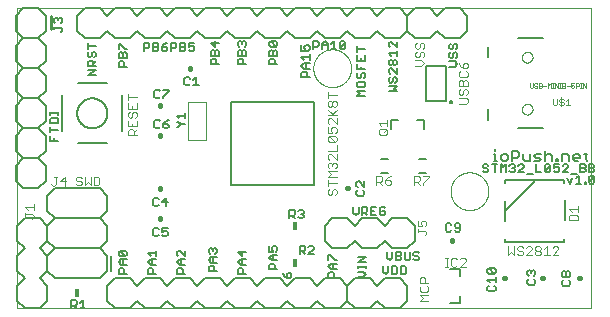
<source format=gto>
G75*
%MOIN*%
%OFA0B0*%
%FSLAX25Y25*%
%IPPOS*%
%LPD*%
%AMOC8*
5,1,8,0,0,1.08239X$1,22.5*
%
%ADD10C,0.00000*%
%ADD11C,0.00500*%
%ADD12C,0.00600*%
%ADD13C,0.01000*%
%ADD14C,0.01500*%
%ADD15C,0.00800*%
%ADD16C,0.00300*%
%ADD17R,0.01500X0.03000*%
%ADD18C,0.00200*%
%ADD19C,0.00100*%
%ADD20C,0.00394*%
D10*
X0001900Y0003250D02*
X0001900Y0103211D01*
X0193101Y0103211D01*
X0193101Y0003250D01*
X0001900Y0003250D01*
X0100600Y0083250D02*
X0100602Y0083408D01*
X0100608Y0083567D01*
X0100618Y0083725D01*
X0100632Y0083882D01*
X0100650Y0084040D01*
X0100671Y0084196D01*
X0100697Y0084353D01*
X0100727Y0084508D01*
X0100760Y0084663D01*
X0100798Y0084817D01*
X0100839Y0084970D01*
X0100884Y0085121D01*
X0100933Y0085272D01*
X0100986Y0085421D01*
X0101042Y0085569D01*
X0101103Y0085716D01*
X0101166Y0085861D01*
X0101234Y0086004D01*
X0101305Y0086145D01*
X0101379Y0086285D01*
X0101457Y0086423D01*
X0101539Y0086559D01*
X0101624Y0086692D01*
X0101712Y0086824D01*
X0101803Y0086953D01*
X0101898Y0087080D01*
X0101996Y0087204D01*
X0102097Y0087326D01*
X0102201Y0087446D01*
X0102307Y0087563D01*
X0102417Y0087677D01*
X0102530Y0087788D01*
X0102645Y0087896D01*
X0102764Y0088002D01*
X0102884Y0088104D01*
X0103007Y0088204D01*
X0103133Y0088300D01*
X0103261Y0088393D01*
X0103392Y0088483D01*
X0103524Y0088569D01*
X0103659Y0088652D01*
X0103796Y0088732D01*
X0103935Y0088808D01*
X0104075Y0088881D01*
X0104218Y0088950D01*
X0104362Y0089016D01*
X0104507Y0089078D01*
X0104655Y0089136D01*
X0104803Y0089191D01*
X0104953Y0089242D01*
X0105104Y0089289D01*
X0105257Y0089332D01*
X0105410Y0089371D01*
X0105564Y0089407D01*
X0105719Y0089438D01*
X0105875Y0089466D01*
X0106032Y0089490D01*
X0106189Y0089510D01*
X0106347Y0089526D01*
X0106504Y0089538D01*
X0106663Y0089546D01*
X0106821Y0089550D01*
X0106979Y0089550D01*
X0107137Y0089546D01*
X0107296Y0089538D01*
X0107453Y0089526D01*
X0107611Y0089510D01*
X0107768Y0089490D01*
X0107925Y0089466D01*
X0108081Y0089438D01*
X0108236Y0089407D01*
X0108390Y0089371D01*
X0108543Y0089332D01*
X0108696Y0089289D01*
X0108847Y0089242D01*
X0108997Y0089191D01*
X0109145Y0089136D01*
X0109293Y0089078D01*
X0109438Y0089016D01*
X0109582Y0088950D01*
X0109725Y0088881D01*
X0109865Y0088808D01*
X0110004Y0088732D01*
X0110141Y0088652D01*
X0110276Y0088569D01*
X0110408Y0088483D01*
X0110539Y0088393D01*
X0110667Y0088300D01*
X0110793Y0088204D01*
X0110916Y0088104D01*
X0111036Y0088002D01*
X0111155Y0087896D01*
X0111270Y0087788D01*
X0111383Y0087677D01*
X0111493Y0087563D01*
X0111599Y0087446D01*
X0111703Y0087326D01*
X0111804Y0087204D01*
X0111902Y0087080D01*
X0111997Y0086953D01*
X0112088Y0086824D01*
X0112176Y0086692D01*
X0112261Y0086559D01*
X0112343Y0086423D01*
X0112421Y0086285D01*
X0112495Y0086145D01*
X0112566Y0086004D01*
X0112634Y0085861D01*
X0112697Y0085716D01*
X0112758Y0085569D01*
X0112814Y0085421D01*
X0112867Y0085272D01*
X0112916Y0085121D01*
X0112961Y0084970D01*
X0113002Y0084817D01*
X0113040Y0084663D01*
X0113073Y0084508D01*
X0113103Y0084353D01*
X0113129Y0084196D01*
X0113150Y0084040D01*
X0113168Y0083882D01*
X0113182Y0083725D01*
X0113192Y0083567D01*
X0113198Y0083408D01*
X0113200Y0083250D01*
X0113198Y0083092D01*
X0113192Y0082933D01*
X0113182Y0082775D01*
X0113168Y0082618D01*
X0113150Y0082460D01*
X0113129Y0082304D01*
X0113103Y0082147D01*
X0113073Y0081992D01*
X0113040Y0081837D01*
X0113002Y0081683D01*
X0112961Y0081530D01*
X0112916Y0081379D01*
X0112867Y0081228D01*
X0112814Y0081079D01*
X0112758Y0080931D01*
X0112697Y0080784D01*
X0112634Y0080639D01*
X0112566Y0080496D01*
X0112495Y0080355D01*
X0112421Y0080215D01*
X0112343Y0080077D01*
X0112261Y0079941D01*
X0112176Y0079808D01*
X0112088Y0079676D01*
X0111997Y0079547D01*
X0111902Y0079420D01*
X0111804Y0079296D01*
X0111703Y0079174D01*
X0111599Y0079054D01*
X0111493Y0078937D01*
X0111383Y0078823D01*
X0111270Y0078712D01*
X0111155Y0078604D01*
X0111036Y0078498D01*
X0110916Y0078396D01*
X0110793Y0078296D01*
X0110667Y0078200D01*
X0110539Y0078107D01*
X0110408Y0078017D01*
X0110276Y0077931D01*
X0110141Y0077848D01*
X0110004Y0077768D01*
X0109865Y0077692D01*
X0109725Y0077619D01*
X0109582Y0077550D01*
X0109438Y0077484D01*
X0109293Y0077422D01*
X0109145Y0077364D01*
X0108997Y0077309D01*
X0108847Y0077258D01*
X0108696Y0077211D01*
X0108543Y0077168D01*
X0108390Y0077129D01*
X0108236Y0077093D01*
X0108081Y0077062D01*
X0107925Y0077034D01*
X0107768Y0077010D01*
X0107611Y0076990D01*
X0107453Y0076974D01*
X0107296Y0076962D01*
X0107137Y0076954D01*
X0106979Y0076950D01*
X0106821Y0076950D01*
X0106663Y0076954D01*
X0106504Y0076962D01*
X0106347Y0076974D01*
X0106189Y0076990D01*
X0106032Y0077010D01*
X0105875Y0077034D01*
X0105719Y0077062D01*
X0105564Y0077093D01*
X0105410Y0077129D01*
X0105257Y0077168D01*
X0105104Y0077211D01*
X0104953Y0077258D01*
X0104803Y0077309D01*
X0104655Y0077364D01*
X0104507Y0077422D01*
X0104362Y0077484D01*
X0104218Y0077550D01*
X0104075Y0077619D01*
X0103935Y0077692D01*
X0103796Y0077768D01*
X0103659Y0077848D01*
X0103524Y0077931D01*
X0103392Y0078017D01*
X0103261Y0078107D01*
X0103133Y0078200D01*
X0103007Y0078296D01*
X0102884Y0078396D01*
X0102764Y0078498D01*
X0102645Y0078604D01*
X0102530Y0078712D01*
X0102417Y0078823D01*
X0102307Y0078937D01*
X0102201Y0079054D01*
X0102097Y0079174D01*
X0101996Y0079296D01*
X0101898Y0079420D01*
X0101803Y0079547D01*
X0101712Y0079676D01*
X0101624Y0079808D01*
X0101539Y0079941D01*
X0101457Y0080077D01*
X0101379Y0080215D01*
X0101305Y0080355D01*
X0101234Y0080496D01*
X0101166Y0080639D01*
X0101103Y0080784D01*
X0101042Y0080931D01*
X0100986Y0081079D01*
X0100933Y0081228D01*
X0100884Y0081379D01*
X0100839Y0081530D01*
X0100798Y0081683D01*
X0100760Y0081837D01*
X0100727Y0081992D01*
X0100697Y0082147D01*
X0100671Y0082304D01*
X0100650Y0082460D01*
X0100632Y0082618D01*
X0100618Y0082775D01*
X0100608Y0082933D01*
X0100602Y0083092D01*
X0100600Y0083250D01*
X0170128Y0086911D02*
X0170130Y0086995D01*
X0170136Y0087078D01*
X0170146Y0087161D01*
X0170160Y0087244D01*
X0170177Y0087326D01*
X0170199Y0087407D01*
X0170224Y0087486D01*
X0170253Y0087565D01*
X0170286Y0087642D01*
X0170322Y0087717D01*
X0170362Y0087791D01*
X0170405Y0087863D01*
X0170452Y0087932D01*
X0170502Y0087999D01*
X0170555Y0088064D01*
X0170611Y0088126D01*
X0170669Y0088186D01*
X0170731Y0088243D01*
X0170795Y0088296D01*
X0170862Y0088347D01*
X0170931Y0088394D01*
X0171002Y0088439D01*
X0171075Y0088479D01*
X0171150Y0088516D01*
X0171227Y0088550D01*
X0171305Y0088580D01*
X0171384Y0088606D01*
X0171465Y0088629D01*
X0171547Y0088647D01*
X0171629Y0088662D01*
X0171712Y0088673D01*
X0171795Y0088680D01*
X0171879Y0088683D01*
X0171963Y0088682D01*
X0172046Y0088677D01*
X0172130Y0088668D01*
X0172212Y0088655D01*
X0172294Y0088639D01*
X0172375Y0088618D01*
X0172456Y0088594D01*
X0172534Y0088566D01*
X0172612Y0088534D01*
X0172688Y0088498D01*
X0172762Y0088459D01*
X0172834Y0088417D01*
X0172904Y0088371D01*
X0172972Y0088322D01*
X0173037Y0088270D01*
X0173100Y0088215D01*
X0173160Y0088157D01*
X0173218Y0088096D01*
X0173272Y0088032D01*
X0173324Y0087966D01*
X0173372Y0087898D01*
X0173417Y0087827D01*
X0173458Y0087754D01*
X0173497Y0087680D01*
X0173531Y0087604D01*
X0173562Y0087526D01*
X0173589Y0087447D01*
X0173613Y0087366D01*
X0173632Y0087285D01*
X0173648Y0087203D01*
X0173660Y0087120D01*
X0173668Y0087036D01*
X0173672Y0086953D01*
X0173672Y0086869D01*
X0173668Y0086786D01*
X0173660Y0086702D01*
X0173648Y0086619D01*
X0173632Y0086537D01*
X0173613Y0086456D01*
X0173589Y0086375D01*
X0173562Y0086296D01*
X0173531Y0086218D01*
X0173497Y0086142D01*
X0173458Y0086068D01*
X0173417Y0085995D01*
X0173372Y0085924D01*
X0173324Y0085856D01*
X0173272Y0085790D01*
X0173218Y0085726D01*
X0173160Y0085665D01*
X0173100Y0085607D01*
X0173037Y0085552D01*
X0172972Y0085500D01*
X0172904Y0085451D01*
X0172834Y0085405D01*
X0172762Y0085363D01*
X0172688Y0085324D01*
X0172612Y0085288D01*
X0172534Y0085256D01*
X0172456Y0085228D01*
X0172375Y0085204D01*
X0172294Y0085183D01*
X0172212Y0085167D01*
X0172130Y0085154D01*
X0172046Y0085145D01*
X0171963Y0085140D01*
X0171879Y0085139D01*
X0171795Y0085142D01*
X0171712Y0085149D01*
X0171629Y0085160D01*
X0171547Y0085175D01*
X0171465Y0085193D01*
X0171384Y0085216D01*
X0171305Y0085242D01*
X0171227Y0085272D01*
X0171150Y0085306D01*
X0171075Y0085343D01*
X0171002Y0085383D01*
X0170931Y0085428D01*
X0170862Y0085475D01*
X0170795Y0085526D01*
X0170731Y0085579D01*
X0170669Y0085636D01*
X0170611Y0085696D01*
X0170555Y0085758D01*
X0170502Y0085823D01*
X0170452Y0085890D01*
X0170405Y0085959D01*
X0170362Y0086031D01*
X0170322Y0086105D01*
X0170286Y0086180D01*
X0170253Y0086257D01*
X0170224Y0086336D01*
X0170199Y0086415D01*
X0170177Y0086496D01*
X0170160Y0086578D01*
X0170146Y0086661D01*
X0170136Y0086744D01*
X0170130Y0086827D01*
X0170128Y0086911D01*
X0170128Y0069589D02*
X0170130Y0069673D01*
X0170136Y0069756D01*
X0170146Y0069839D01*
X0170160Y0069922D01*
X0170177Y0070004D01*
X0170199Y0070085D01*
X0170224Y0070164D01*
X0170253Y0070243D01*
X0170286Y0070320D01*
X0170322Y0070395D01*
X0170362Y0070469D01*
X0170405Y0070541D01*
X0170452Y0070610D01*
X0170502Y0070677D01*
X0170555Y0070742D01*
X0170611Y0070804D01*
X0170669Y0070864D01*
X0170731Y0070921D01*
X0170795Y0070974D01*
X0170862Y0071025D01*
X0170931Y0071072D01*
X0171002Y0071117D01*
X0171075Y0071157D01*
X0171150Y0071194D01*
X0171227Y0071228D01*
X0171305Y0071258D01*
X0171384Y0071284D01*
X0171465Y0071307D01*
X0171547Y0071325D01*
X0171629Y0071340D01*
X0171712Y0071351D01*
X0171795Y0071358D01*
X0171879Y0071361D01*
X0171963Y0071360D01*
X0172046Y0071355D01*
X0172130Y0071346D01*
X0172212Y0071333D01*
X0172294Y0071317D01*
X0172375Y0071296D01*
X0172456Y0071272D01*
X0172534Y0071244D01*
X0172612Y0071212D01*
X0172688Y0071176D01*
X0172762Y0071137D01*
X0172834Y0071095D01*
X0172904Y0071049D01*
X0172972Y0071000D01*
X0173037Y0070948D01*
X0173100Y0070893D01*
X0173160Y0070835D01*
X0173218Y0070774D01*
X0173272Y0070710D01*
X0173324Y0070644D01*
X0173372Y0070576D01*
X0173417Y0070505D01*
X0173458Y0070432D01*
X0173497Y0070358D01*
X0173531Y0070282D01*
X0173562Y0070204D01*
X0173589Y0070125D01*
X0173613Y0070044D01*
X0173632Y0069963D01*
X0173648Y0069881D01*
X0173660Y0069798D01*
X0173668Y0069714D01*
X0173672Y0069631D01*
X0173672Y0069547D01*
X0173668Y0069464D01*
X0173660Y0069380D01*
X0173648Y0069297D01*
X0173632Y0069215D01*
X0173613Y0069134D01*
X0173589Y0069053D01*
X0173562Y0068974D01*
X0173531Y0068896D01*
X0173497Y0068820D01*
X0173458Y0068746D01*
X0173417Y0068673D01*
X0173372Y0068602D01*
X0173324Y0068534D01*
X0173272Y0068468D01*
X0173218Y0068404D01*
X0173160Y0068343D01*
X0173100Y0068285D01*
X0173037Y0068230D01*
X0172972Y0068178D01*
X0172904Y0068129D01*
X0172834Y0068083D01*
X0172762Y0068041D01*
X0172688Y0068002D01*
X0172612Y0067966D01*
X0172534Y0067934D01*
X0172456Y0067906D01*
X0172375Y0067882D01*
X0172294Y0067861D01*
X0172212Y0067845D01*
X0172130Y0067832D01*
X0172046Y0067823D01*
X0171963Y0067818D01*
X0171879Y0067817D01*
X0171795Y0067820D01*
X0171712Y0067827D01*
X0171629Y0067838D01*
X0171547Y0067853D01*
X0171465Y0067871D01*
X0171384Y0067894D01*
X0171305Y0067920D01*
X0171227Y0067950D01*
X0171150Y0067984D01*
X0171075Y0068021D01*
X0171002Y0068061D01*
X0170931Y0068106D01*
X0170862Y0068153D01*
X0170795Y0068204D01*
X0170731Y0068257D01*
X0170669Y0068314D01*
X0170611Y0068374D01*
X0170555Y0068436D01*
X0170502Y0068501D01*
X0170452Y0068568D01*
X0170405Y0068637D01*
X0170362Y0068709D01*
X0170322Y0068783D01*
X0170286Y0068858D01*
X0170253Y0068935D01*
X0170224Y0069014D01*
X0170199Y0069093D01*
X0170177Y0069174D01*
X0170160Y0069256D01*
X0170146Y0069339D01*
X0170136Y0069422D01*
X0170130Y0069505D01*
X0170128Y0069589D01*
X0146350Y0042250D02*
X0146352Y0042408D01*
X0146358Y0042567D01*
X0146368Y0042725D01*
X0146382Y0042882D01*
X0146400Y0043040D01*
X0146421Y0043196D01*
X0146447Y0043353D01*
X0146477Y0043508D01*
X0146510Y0043663D01*
X0146548Y0043817D01*
X0146589Y0043970D01*
X0146634Y0044121D01*
X0146683Y0044272D01*
X0146736Y0044421D01*
X0146792Y0044569D01*
X0146853Y0044716D01*
X0146916Y0044861D01*
X0146984Y0045004D01*
X0147055Y0045145D01*
X0147129Y0045285D01*
X0147207Y0045423D01*
X0147289Y0045559D01*
X0147374Y0045692D01*
X0147462Y0045824D01*
X0147553Y0045953D01*
X0147648Y0046080D01*
X0147746Y0046204D01*
X0147847Y0046326D01*
X0147951Y0046446D01*
X0148057Y0046563D01*
X0148167Y0046677D01*
X0148280Y0046788D01*
X0148395Y0046896D01*
X0148514Y0047002D01*
X0148634Y0047104D01*
X0148757Y0047204D01*
X0148883Y0047300D01*
X0149011Y0047393D01*
X0149142Y0047483D01*
X0149274Y0047569D01*
X0149409Y0047652D01*
X0149546Y0047732D01*
X0149685Y0047808D01*
X0149825Y0047881D01*
X0149968Y0047950D01*
X0150112Y0048016D01*
X0150257Y0048078D01*
X0150405Y0048136D01*
X0150553Y0048191D01*
X0150703Y0048242D01*
X0150854Y0048289D01*
X0151007Y0048332D01*
X0151160Y0048371D01*
X0151314Y0048407D01*
X0151469Y0048438D01*
X0151625Y0048466D01*
X0151782Y0048490D01*
X0151939Y0048510D01*
X0152097Y0048526D01*
X0152254Y0048538D01*
X0152413Y0048546D01*
X0152571Y0048550D01*
X0152729Y0048550D01*
X0152887Y0048546D01*
X0153046Y0048538D01*
X0153203Y0048526D01*
X0153361Y0048510D01*
X0153518Y0048490D01*
X0153675Y0048466D01*
X0153831Y0048438D01*
X0153986Y0048407D01*
X0154140Y0048371D01*
X0154293Y0048332D01*
X0154446Y0048289D01*
X0154597Y0048242D01*
X0154747Y0048191D01*
X0154895Y0048136D01*
X0155043Y0048078D01*
X0155188Y0048016D01*
X0155332Y0047950D01*
X0155475Y0047881D01*
X0155615Y0047808D01*
X0155754Y0047732D01*
X0155891Y0047652D01*
X0156026Y0047569D01*
X0156158Y0047483D01*
X0156289Y0047393D01*
X0156417Y0047300D01*
X0156543Y0047204D01*
X0156666Y0047104D01*
X0156786Y0047002D01*
X0156905Y0046896D01*
X0157020Y0046788D01*
X0157133Y0046677D01*
X0157243Y0046563D01*
X0157349Y0046446D01*
X0157453Y0046326D01*
X0157554Y0046204D01*
X0157652Y0046080D01*
X0157747Y0045953D01*
X0157838Y0045824D01*
X0157926Y0045692D01*
X0158011Y0045559D01*
X0158093Y0045423D01*
X0158171Y0045285D01*
X0158245Y0045145D01*
X0158316Y0045004D01*
X0158384Y0044861D01*
X0158447Y0044716D01*
X0158508Y0044569D01*
X0158564Y0044421D01*
X0158617Y0044272D01*
X0158666Y0044121D01*
X0158711Y0043970D01*
X0158752Y0043817D01*
X0158790Y0043663D01*
X0158823Y0043508D01*
X0158853Y0043353D01*
X0158879Y0043196D01*
X0158900Y0043040D01*
X0158918Y0042882D01*
X0158932Y0042725D01*
X0158942Y0042567D01*
X0158948Y0042408D01*
X0158950Y0042250D01*
X0158948Y0042092D01*
X0158942Y0041933D01*
X0158932Y0041775D01*
X0158918Y0041618D01*
X0158900Y0041460D01*
X0158879Y0041304D01*
X0158853Y0041147D01*
X0158823Y0040992D01*
X0158790Y0040837D01*
X0158752Y0040683D01*
X0158711Y0040530D01*
X0158666Y0040379D01*
X0158617Y0040228D01*
X0158564Y0040079D01*
X0158508Y0039931D01*
X0158447Y0039784D01*
X0158384Y0039639D01*
X0158316Y0039496D01*
X0158245Y0039355D01*
X0158171Y0039215D01*
X0158093Y0039077D01*
X0158011Y0038941D01*
X0157926Y0038808D01*
X0157838Y0038676D01*
X0157747Y0038547D01*
X0157652Y0038420D01*
X0157554Y0038296D01*
X0157453Y0038174D01*
X0157349Y0038054D01*
X0157243Y0037937D01*
X0157133Y0037823D01*
X0157020Y0037712D01*
X0156905Y0037604D01*
X0156786Y0037498D01*
X0156666Y0037396D01*
X0156543Y0037296D01*
X0156417Y0037200D01*
X0156289Y0037107D01*
X0156158Y0037017D01*
X0156026Y0036931D01*
X0155891Y0036848D01*
X0155754Y0036768D01*
X0155615Y0036692D01*
X0155475Y0036619D01*
X0155332Y0036550D01*
X0155188Y0036484D01*
X0155043Y0036422D01*
X0154895Y0036364D01*
X0154747Y0036309D01*
X0154597Y0036258D01*
X0154446Y0036211D01*
X0154293Y0036168D01*
X0154140Y0036129D01*
X0153986Y0036093D01*
X0153831Y0036062D01*
X0153675Y0036034D01*
X0153518Y0036010D01*
X0153361Y0035990D01*
X0153203Y0035974D01*
X0153046Y0035962D01*
X0152887Y0035954D01*
X0152729Y0035950D01*
X0152571Y0035950D01*
X0152413Y0035954D01*
X0152254Y0035962D01*
X0152097Y0035974D01*
X0151939Y0035990D01*
X0151782Y0036010D01*
X0151625Y0036034D01*
X0151469Y0036062D01*
X0151314Y0036093D01*
X0151160Y0036129D01*
X0151007Y0036168D01*
X0150854Y0036211D01*
X0150703Y0036258D01*
X0150553Y0036309D01*
X0150405Y0036364D01*
X0150257Y0036422D01*
X0150112Y0036484D01*
X0149968Y0036550D01*
X0149825Y0036619D01*
X0149685Y0036692D01*
X0149546Y0036768D01*
X0149409Y0036848D01*
X0149274Y0036931D01*
X0149142Y0037017D01*
X0149011Y0037107D01*
X0148883Y0037200D01*
X0148757Y0037296D01*
X0148634Y0037396D01*
X0148514Y0037498D01*
X0148395Y0037604D01*
X0148280Y0037712D01*
X0148167Y0037823D01*
X0148057Y0037937D01*
X0147951Y0038054D01*
X0147847Y0038174D01*
X0147746Y0038296D01*
X0147648Y0038420D01*
X0147553Y0038547D01*
X0147462Y0038676D01*
X0147374Y0038808D01*
X0147289Y0038941D01*
X0147207Y0039077D01*
X0147129Y0039215D01*
X0147055Y0039355D01*
X0146984Y0039496D01*
X0146916Y0039639D01*
X0146853Y0039784D01*
X0146792Y0039931D01*
X0146736Y0040079D01*
X0146683Y0040228D01*
X0146634Y0040379D01*
X0146589Y0040530D01*
X0146548Y0040683D01*
X0146510Y0040837D01*
X0146477Y0040992D01*
X0146447Y0041147D01*
X0146421Y0041304D01*
X0146400Y0041460D01*
X0146382Y0041618D01*
X0146368Y0041775D01*
X0146358Y0041933D01*
X0146352Y0042092D01*
X0146350Y0042250D01*
D11*
X0157150Y0048950D02*
X0157600Y0048500D01*
X0158501Y0048500D01*
X0158952Y0048950D01*
X0158952Y0049401D01*
X0158501Y0049851D01*
X0157600Y0049851D01*
X0157150Y0050302D01*
X0157150Y0050752D01*
X0157600Y0051202D01*
X0158501Y0051202D01*
X0158952Y0050752D01*
X0160097Y0051202D02*
X0161898Y0051202D01*
X0160997Y0051202D02*
X0160997Y0048500D01*
X0163043Y0048500D02*
X0163043Y0051202D01*
X0163944Y0050302D01*
X0164845Y0051202D01*
X0164845Y0048500D01*
X0165990Y0048950D02*
X0166440Y0048500D01*
X0167341Y0048500D01*
X0167791Y0048950D01*
X0167791Y0049401D01*
X0167341Y0049851D01*
X0166890Y0049851D01*
X0167341Y0049851D02*
X0167791Y0050302D01*
X0167791Y0050752D01*
X0167341Y0051202D01*
X0166440Y0051202D01*
X0165990Y0050752D01*
X0168936Y0050752D02*
X0169386Y0051202D01*
X0170287Y0051202D01*
X0170738Y0050752D01*
X0170738Y0050302D01*
X0168936Y0048500D01*
X0170738Y0048500D01*
X0171883Y0048050D02*
X0173684Y0048050D01*
X0174829Y0048500D02*
X0176631Y0048500D01*
X0177776Y0048950D02*
X0179577Y0050752D01*
X0179577Y0048950D01*
X0179127Y0048500D01*
X0178226Y0048500D01*
X0177776Y0048950D01*
X0177776Y0050752D01*
X0178226Y0051202D01*
X0179127Y0051202D01*
X0179577Y0050752D01*
X0180722Y0051202D02*
X0180722Y0049851D01*
X0181623Y0050302D01*
X0182073Y0050302D01*
X0182524Y0049851D01*
X0182524Y0048950D01*
X0182073Y0048500D01*
X0181173Y0048500D01*
X0180722Y0048950D01*
X0180722Y0051202D02*
X0182524Y0051202D01*
X0183669Y0050752D02*
X0184119Y0051202D01*
X0185020Y0051202D01*
X0185470Y0050752D01*
X0185470Y0050302D01*
X0183669Y0048500D01*
X0185470Y0048500D01*
X0186615Y0048050D02*
X0188417Y0048050D01*
X0188997Y0047452D02*
X0188997Y0044750D01*
X0188097Y0044750D02*
X0189898Y0044750D01*
X0191043Y0044750D02*
X0191493Y0044750D01*
X0191493Y0045200D01*
X0191043Y0045200D01*
X0191043Y0044750D01*
X0192516Y0045200D02*
X0194318Y0047002D01*
X0194318Y0045200D01*
X0193867Y0044750D01*
X0192967Y0044750D01*
X0192516Y0045200D01*
X0192516Y0047002D01*
X0192967Y0047452D01*
X0193867Y0047452D01*
X0194318Y0047002D01*
X0193859Y0048500D02*
X0192508Y0048500D01*
X0192508Y0051202D01*
X0193859Y0051202D01*
X0194310Y0050752D01*
X0194310Y0050302D01*
X0193859Y0049851D01*
X0192508Y0049851D01*
X0191363Y0049401D02*
X0191363Y0048950D01*
X0190913Y0048500D01*
X0189562Y0048500D01*
X0189562Y0051202D01*
X0190913Y0051202D01*
X0191363Y0050752D01*
X0191363Y0050302D01*
X0190913Y0049851D01*
X0189562Y0049851D01*
X0190913Y0049851D02*
X0191363Y0049401D01*
X0193859Y0049851D02*
X0194310Y0049401D01*
X0194310Y0048950D01*
X0193859Y0048500D01*
X0188997Y0047452D02*
X0188097Y0046552D01*
X0186952Y0046552D02*
X0186051Y0044750D01*
X0185150Y0046552D01*
X0174829Y0048500D02*
X0174829Y0051202D01*
X0149505Y0031052D02*
X0149055Y0031502D01*
X0148154Y0031502D01*
X0147703Y0031052D01*
X0147703Y0030602D01*
X0148154Y0030151D01*
X0149505Y0030151D01*
X0149505Y0029250D02*
X0149505Y0031052D01*
X0146559Y0031052D02*
X0146108Y0031502D01*
X0145207Y0031502D01*
X0144757Y0031052D01*
X0144757Y0029250D01*
X0145207Y0028800D01*
X0146108Y0028800D01*
X0146559Y0029250D01*
X0147703Y0029250D02*
X0148154Y0028800D01*
X0149055Y0028800D01*
X0149505Y0029250D01*
X0135791Y0021502D02*
X0135341Y0021952D01*
X0134440Y0021952D01*
X0133990Y0021502D01*
X0133990Y0021052D01*
X0134440Y0020601D01*
X0135341Y0020601D01*
X0135791Y0020151D01*
X0135791Y0019700D01*
X0135341Y0019250D01*
X0134440Y0019250D01*
X0133990Y0019700D01*
X0132845Y0019700D02*
X0132845Y0021952D01*
X0131043Y0021952D02*
X0131043Y0019700D01*
X0131493Y0019250D01*
X0132394Y0019250D01*
X0132845Y0019700D01*
X0129898Y0019700D02*
X0129448Y0019250D01*
X0128097Y0019250D01*
X0128097Y0021952D01*
X0129448Y0021952D01*
X0129898Y0021502D01*
X0129898Y0021052D01*
X0129448Y0020601D01*
X0128097Y0020601D01*
X0126952Y0020151D02*
X0126952Y0021952D01*
X0126952Y0020151D02*
X0126051Y0019250D01*
X0125150Y0020151D01*
X0125150Y0021952D01*
X0129448Y0020601D02*
X0129898Y0020151D01*
X0129898Y0019700D01*
X0129703Y0017252D02*
X0131055Y0017252D01*
X0131505Y0016802D01*
X0131505Y0015000D01*
X0131055Y0014550D01*
X0129703Y0014550D01*
X0129703Y0017252D01*
X0128559Y0016802D02*
X0128108Y0017252D01*
X0126757Y0017252D01*
X0126757Y0014550D01*
X0128108Y0014550D01*
X0128559Y0015000D01*
X0128559Y0016802D01*
X0125612Y0017252D02*
X0125612Y0015451D01*
X0124711Y0014550D01*
X0123810Y0015451D01*
X0123810Y0017252D01*
X0118100Y0017040D02*
X0115398Y0017040D01*
X0115398Y0017490D02*
X0115398Y0016589D01*
X0115398Y0015444D02*
X0117199Y0015444D01*
X0118100Y0014543D01*
X0117199Y0013643D01*
X0115398Y0013643D01*
X0118100Y0016589D02*
X0118100Y0017490D01*
X0118100Y0018553D02*
X0115398Y0018553D01*
X0118100Y0020355D01*
X0115398Y0020355D01*
X0108350Y0019303D02*
X0107900Y0019303D01*
X0106098Y0021105D01*
X0105648Y0021105D01*
X0105648Y0019303D01*
X0106548Y0018159D02*
X0108350Y0018159D01*
X0106999Y0018159D02*
X0106999Y0016357D01*
X0106548Y0016357D02*
X0105648Y0017258D01*
X0106548Y0018159D01*
X0106548Y0016357D02*
X0108350Y0016357D01*
X0106999Y0015212D02*
X0106098Y0015212D01*
X0105648Y0014762D01*
X0105648Y0013410D01*
X0108350Y0013410D01*
X0107449Y0013410D02*
X0107449Y0014762D01*
X0106999Y0015212D01*
X0100755Y0021300D02*
X0098953Y0021300D01*
X0100755Y0023102D01*
X0100755Y0023552D01*
X0100305Y0024002D01*
X0099404Y0024002D01*
X0098953Y0023552D01*
X0097809Y0023552D02*
X0097809Y0022651D01*
X0097358Y0022201D01*
X0096007Y0022201D01*
X0096908Y0022201D02*
X0097809Y0021300D01*
X0096007Y0021300D02*
X0096007Y0024002D01*
X0097358Y0024002D01*
X0097809Y0023552D01*
X0088650Y0023494D02*
X0088650Y0022593D01*
X0088200Y0022143D01*
X0087299Y0022143D02*
X0086848Y0023044D01*
X0086848Y0023494D01*
X0087299Y0023945D01*
X0088200Y0023945D01*
X0088650Y0023494D01*
X0087299Y0022143D02*
X0085948Y0022143D01*
X0085948Y0023945D01*
X0086848Y0020998D02*
X0088650Y0020998D01*
X0087299Y0020998D02*
X0087299Y0019197D01*
X0086848Y0019197D02*
X0085948Y0020097D01*
X0086848Y0020998D01*
X0086848Y0019197D02*
X0088650Y0019197D01*
X0087299Y0018052D02*
X0086398Y0018052D01*
X0085948Y0017601D01*
X0085948Y0016250D01*
X0088650Y0016250D01*
X0087749Y0016250D02*
X0087749Y0017601D01*
X0087299Y0018052D01*
X0090448Y0015052D02*
X0090898Y0014151D01*
X0091799Y0013250D01*
X0091799Y0014601D01*
X0092249Y0015052D01*
X0092700Y0015052D01*
X0093150Y0014601D01*
X0093150Y0013700D01*
X0092700Y0013250D01*
X0091799Y0013250D01*
X0078150Y0014750D02*
X0075448Y0014750D01*
X0075448Y0016101D01*
X0075898Y0016552D01*
X0076799Y0016552D01*
X0077249Y0016101D01*
X0077249Y0014750D01*
X0076799Y0017697D02*
X0076799Y0019498D01*
X0076348Y0019498D02*
X0078150Y0019498D01*
X0076799Y0020643D02*
X0076799Y0022445D01*
X0078150Y0021994D02*
X0075448Y0021994D01*
X0076799Y0020643D01*
X0076348Y0019498D02*
X0075448Y0018597D01*
X0076348Y0017697D01*
X0078150Y0017697D01*
X0068400Y0018447D02*
X0066598Y0018447D01*
X0065698Y0019347D01*
X0066598Y0020248D01*
X0068400Y0020248D01*
X0067950Y0021393D02*
X0068400Y0021843D01*
X0068400Y0022744D01*
X0067950Y0023195D01*
X0067499Y0023195D01*
X0067049Y0022744D01*
X0067049Y0022294D01*
X0067049Y0022744D02*
X0066598Y0023195D01*
X0066148Y0023195D01*
X0065698Y0022744D01*
X0065698Y0021843D01*
X0066148Y0021393D01*
X0067049Y0020248D02*
X0067049Y0018447D01*
X0067049Y0017302D02*
X0067499Y0016851D01*
X0067499Y0015500D01*
X0068400Y0015500D02*
X0065698Y0015500D01*
X0065698Y0016851D01*
X0066148Y0017302D01*
X0067049Y0017302D01*
X0057900Y0017697D02*
X0056098Y0017697D01*
X0055198Y0018597D01*
X0056098Y0019498D01*
X0057900Y0019498D01*
X0057900Y0020643D02*
X0056098Y0022445D01*
X0055648Y0022445D01*
X0055198Y0021994D01*
X0055198Y0021093D01*
X0055648Y0020643D01*
X0056549Y0019498D02*
X0056549Y0017697D01*
X0056549Y0016552D02*
X0056999Y0016101D01*
X0056999Y0014750D01*
X0057900Y0014750D02*
X0055198Y0014750D01*
X0055198Y0016101D01*
X0055648Y0016552D01*
X0056549Y0016552D01*
X0057900Y0020643D02*
X0057900Y0022445D01*
X0052005Y0027750D02*
X0051555Y0027300D01*
X0050654Y0027300D01*
X0050203Y0027750D01*
X0050203Y0028651D02*
X0051104Y0029102D01*
X0051555Y0029102D01*
X0052005Y0028651D01*
X0052005Y0027750D01*
X0050203Y0028651D02*
X0050203Y0030002D01*
X0052005Y0030002D01*
X0049059Y0029552D02*
X0048608Y0030002D01*
X0047707Y0030002D01*
X0047257Y0029552D01*
X0047257Y0027750D01*
X0047707Y0027300D01*
X0048608Y0027300D01*
X0049059Y0027750D01*
X0048150Y0022445D02*
X0048150Y0020643D01*
X0048150Y0021544D02*
X0045448Y0021544D01*
X0046348Y0020643D01*
X0046348Y0019498D02*
X0048150Y0019498D01*
X0046799Y0019498D02*
X0046799Y0017697D01*
X0046348Y0017697D02*
X0045448Y0018597D01*
X0046348Y0019498D01*
X0046348Y0017697D02*
X0048150Y0017697D01*
X0046799Y0016552D02*
X0047249Y0016101D01*
X0047249Y0014750D01*
X0048150Y0014750D02*
X0045448Y0014750D01*
X0045448Y0016101D01*
X0045898Y0016552D01*
X0046799Y0016552D01*
X0038400Y0017697D02*
X0036598Y0017697D01*
X0035698Y0018597D01*
X0036598Y0019498D01*
X0038400Y0019498D01*
X0037950Y0020643D02*
X0036148Y0020643D01*
X0035698Y0021093D01*
X0035698Y0021994D01*
X0036148Y0022445D01*
X0037950Y0020643D01*
X0038400Y0021093D01*
X0038400Y0021994D01*
X0037950Y0022445D01*
X0036148Y0022445D01*
X0037049Y0019498D02*
X0037049Y0017697D01*
X0037049Y0016552D02*
X0037499Y0016101D01*
X0037499Y0014750D01*
X0038400Y0014750D02*
X0035698Y0014750D01*
X0035698Y0016101D01*
X0036148Y0016552D01*
X0037049Y0016552D01*
X0023747Y0005952D02*
X0023747Y0003250D01*
X0022847Y0003250D02*
X0024648Y0003250D01*
X0022847Y0005052D02*
X0023747Y0005952D01*
X0021702Y0005502D02*
X0021702Y0004601D01*
X0021251Y0004151D01*
X0019900Y0004151D01*
X0020801Y0004151D02*
X0021702Y0003250D01*
X0019900Y0003250D02*
X0019900Y0005952D01*
X0021251Y0005952D01*
X0021702Y0005502D01*
X0047707Y0037300D02*
X0048608Y0037300D01*
X0049059Y0037750D01*
X0047707Y0037300D02*
X0047257Y0037750D01*
X0047257Y0039552D01*
X0047707Y0040002D01*
X0048608Y0040002D01*
X0049059Y0039552D01*
X0050203Y0038651D02*
X0052005Y0038651D01*
X0051555Y0037300D02*
X0051555Y0040002D01*
X0050203Y0038651D01*
X0073120Y0044470D02*
X0073120Y0072030D01*
X0100680Y0072030D01*
X0100680Y0044470D01*
X0073120Y0044470D01*
X0092650Y0035952D02*
X0094001Y0035952D01*
X0094452Y0035502D01*
X0094452Y0034601D01*
X0094001Y0034151D01*
X0092650Y0034151D01*
X0093551Y0034151D02*
X0094452Y0033250D01*
X0095597Y0033700D02*
X0096047Y0033250D01*
X0096948Y0033250D01*
X0097398Y0033700D01*
X0097398Y0034151D01*
X0096948Y0034601D01*
X0096497Y0034601D01*
X0096948Y0034601D02*
X0097398Y0035052D01*
X0097398Y0035502D01*
X0096948Y0035952D01*
X0096047Y0035952D01*
X0095597Y0035502D01*
X0092650Y0035952D02*
X0092650Y0033250D01*
X0113900Y0035151D02*
X0114801Y0034250D01*
X0115702Y0035151D01*
X0115702Y0036952D01*
X0116847Y0036952D02*
X0118198Y0036952D01*
X0118648Y0036502D01*
X0118648Y0035601D01*
X0118198Y0035151D01*
X0116847Y0035151D01*
X0117747Y0035151D02*
X0118648Y0034250D01*
X0119793Y0034250D02*
X0121595Y0034250D01*
X0122740Y0034700D02*
X0123190Y0034250D01*
X0124091Y0034250D01*
X0124541Y0034700D01*
X0124541Y0035601D01*
X0123640Y0035601D01*
X0122740Y0036502D02*
X0122740Y0034700D01*
X0122740Y0036502D02*
X0123190Y0036952D01*
X0124091Y0036952D01*
X0124541Y0036502D01*
X0121595Y0036952D02*
X0119793Y0036952D01*
X0119793Y0034250D01*
X0119793Y0035601D02*
X0120694Y0035601D01*
X0116847Y0034250D02*
X0116847Y0036952D01*
X0113900Y0036952D02*
X0113900Y0035151D01*
X0115398Y0040750D02*
X0117200Y0040750D01*
X0117650Y0041200D01*
X0117650Y0042101D01*
X0117200Y0042552D01*
X0117650Y0043697D02*
X0115848Y0045498D01*
X0115398Y0045498D01*
X0114948Y0045048D01*
X0114948Y0044147D01*
X0115398Y0043697D01*
X0115398Y0042552D02*
X0114948Y0042101D01*
X0114948Y0041200D01*
X0115398Y0040750D01*
X0117650Y0043697D02*
X0117650Y0045498D01*
X0117900Y0074000D02*
X0115198Y0074000D01*
X0116098Y0074901D01*
X0115198Y0075802D01*
X0117900Y0075802D01*
X0117450Y0076947D02*
X0115648Y0076947D01*
X0115198Y0077397D01*
X0115198Y0078298D01*
X0115648Y0078748D01*
X0117450Y0078748D01*
X0117900Y0078298D01*
X0117900Y0077397D01*
X0117450Y0076947D01*
X0117450Y0079893D02*
X0117900Y0080343D01*
X0117900Y0081244D01*
X0117450Y0081695D01*
X0116999Y0081695D01*
X0116549Y0081244D01*
X0116549Y0080343D01*
X0116098Y0079893D01*
X0115648Y0079893D01*
X0115198Y0080343D01*
X0115198Y0081244D01*
X0115648Y0081695D01*
X0115198Y0082840D02*
X0115198Y0084641D01*
X0115198Y0085786D02*
X0117900Y0085786D01*
X0117900Y0087588D01*
X0116549Y0086687D02*
X0116549Y0085786D01*
X0115198Y0085786D02*
X0115198Y0087588D01*
X0115198Y0088733D02*
X0115198Y0090534D01*
X0115198Y0089633D02*
X0117900Y0089633D01*
X0111255Y0090000D02*
X0110805Y0089550D01*
X0109904Y0089550D01*
X0109453Y0090000D01*
X0111255Y0091802D01*
X0111255Y0090000D01*
X0109453Y0090000D02*
X0109453Y0091802D01*
X0109904Y0092252D01*
X0110805Y0092252D01*
X0111255Y0091802D01*
X0108309Y0089550D02*
X0106507Y0089550D01*
X0107408Y0089550D02*
X0107408Y0092252D01*
X0106507Y0091352D01*
X0105362Y0091352D02*
X0105362Y0089550D01*
X0105362Y0090901D02*
X0103560Y0090901D01*
X0103560Y0091352D02*
X0103560Y0089550D01*
X0102415Y0090901D02*
X0101965Y0090451D01*
X0100614Y0090451D01*
X0100614Y0089550D02*
X0100614Y0092252D01*
X0101965Y0092252D01*
X0102415Y0091802D01*
X0102415Y0090901D01*
X0103560Y0091352D02*
X0104461Y0092252D01*
X0105362Y0091352D01*
X0099350Y0090405D02*
X0099350Y0089504D01*
X0098900Y0089053D01*
X0097999Y0089053D02*
X0097548Y0089954D01*
X0097548Y0090405D01*
X0097999Y0090855D01*
X0098900Y0090855D01*
X0099350Y0090405D01*
X0097999Y0089053D02*
X0096648Y0089053D01*
X0096648Y0090855D01*
X0096648Y0087008D02*
X0099350Y0087008D01*
X0099350Y0086107D02*
X0099350Y0087909D01*
X0097548Y0086107D02*
X0096648Y0087008D01*
X0097548Y0084962D02*
X0099350Y0084962D01*
X0097999Y0084962D02*
X0097999Y0083160D01*
X0097548Y0083160D02*
X0096648Y0084061D01*
X0097548Y0084962D01*
X0097548Y0083160D02*
X0099350Y0083160D01*
X0097999Y0082015D02*
X0098449Y0081565D01*
X0098449Y0080214D01*
X0099350Y0080214D02*
X0096648Y0080214D01*
X0096648Y0081565D01*
X0097098Y0082015D01*
X0097999Y0082015D01*
X0088650Y0084500D02*
X0085948Y0084500D01*
X0085948Y0085851D01*
X0086398Y0086302D01*
X0087299Y0086302D01*
X0087749Y0085851D01*
X0087749Y0084500D01*
X0087299Y0087447D02*
X0087299Y0088798D01*
X0087749Y0089248D01*
X0088200Y0089248D01*
X0088650Y0088798D01*
X0088650Y0087447D01*
X0085948Y0087447D01*
X0085948Y0088798D01*
X0086398Y0089248D01*
X0086848Y0089248D01*
X0087299Y0088798D01*
X0088200Y0090393D02*
X0086398Y0090393D01*
X0085948Y0090843D01*
X0085948Y0091744D01*
X0086398Y0092195D01*
X0088200Y0090393D01*
X0088650Y0090843D01*
X0088650Y0091744D01*
X0088200Y0092195D01*
X0086398Y0092195D01*
X0078150Y0091744D02*
X0078150Y0090843D01*
X0077700Y0090393D01*
X0077700Y0089248D02*
X0078150Y0088798D01*
X0078150Y0087447D01*
X0075448Y0087447D01*
X0075448Y0088798D01*
X0075898Y0089248D01*
X0076348Y0089248D01*
X0076799Y0088798D01*
X0076799Y0087447D01*
X0076799Y0086302D02*
X0077249Y0085851D01*
X0077249Y0084500D01*
X0078150Y0084500D02*
X0075448Y0084500D01*
X0075448Y0085851D01*
X0075898Y0086302D01*
X0076799Y0086302D01*
X0076799Y0088798D02*
X0077249Y0089248D01*
X0077700Y0089248D01*
X0075898Y0090393D02*
X0075448Y0090843D01*
X0075448Y0091744D01*
X0075898Y0092195D01*
X0076348Y0092195D01*
X0076799Y0091744D01*
X0077249Y0092195D01*
X0077700Y0092195D01*
X0078150Y0091744D01*
X0076799Y0091744D02*
X0076799Y0091294D01*
X0069150Y0091744D02*
X0066448Y0091744D01*
X0067799Y0090393D01*
X0067799Y0092195D01*
X0068249Y0089248D02*
X0068700Y0089248D01*
X0069150Y0088798D01*
X0069150Y0087447D01*
X0066448Y0087447D01*
X0066448Y0088798D01*
X0066898Y0089248D01*
X0067348Y0089248D01*
X0067799Y0088798D01*
X0067799Y0087447D01*
X0067799Y0086302D02*
X0066898Y0086302D01*
X0066448Y0085851D01*
X0066448Y0084500D01*
X0069150Y0084500D01*
X0068249Y0084500D02*
X0068249Y0085851D01*
X0067799Y0086302D01*
X0067799Y0088798D02*
X0068249Y0089248D01*
X0060845Y0089450D02*
X0060394Y0089000D01*
X0059493Y0089000D01*
X0059043Y0089450D01*
X0059043Y0090351D02*
X0059944Y0090802D01*
X0060394Y0090802D01*
X0060845Y0090351D01*
X0060845Y0089450D01*
X0059043Y0090351D02*
X0059043Y0091702D01*
X0060845Y0091702D01*
X0057898Y0091252D02*
X0057898Y0090802D01*
X0057448Y0090351D01*
X0056097Y0090351D01*
X0054952Y0090351D02*
X0054501Y0089901D01*
X0053150Y0089901D01*
X0053150Y0089000D02*
X0053150Y0091702D01*
X0054501Y0091702D01*
X0054952Y0091252D01*
X0054952Y0090351D01*
X0056097Y0089000D02*
X0056097Y0091702D01*
X0057448Y0091702D01*
X0057898Y0091252D01*
X0057448Y0090351D02*
X0057898Y0089901D01*
X0057898Y0089450D01*
X0057448Y0089000D01*
X0056097Y0089000D01*
X0051845Y0089450D02*
X0051394Y0089000D01*
X0050493Y0089000D01*
X0050043Y0089450D01*
X0050043Y0090351D01*
X0051394Y0090351D01*
X0051845Y0089901D01*
X0051845Y0089450D01*
X0050944Y0091252D02*
X0050043Y0090351D01*
X0048898Y0089901D02*
X0048898Y0089450D01*
X0048448Y0089000D01*
X0047097Y0089000D01*
X0047097Y0091702D01*
X0048448Y0091702D01*
X0048898Y0091252D01*
X0048898Y0090802D01*
X0048448Y0090351D01*
X0047097Y0090351D01*
X0045952Y0090351D02*
X0045501Y0089901D01*
X0044150Y0089901D01*
X0044150Y0089000D02*
X0044150Y0091702D01*
X0045501Y0091702D01*
X0045952Y0091252D01*
X0045952Y0090351D01*
X0048448Y0090351D02*
X0048898Y0089901D01*
X0050944Y0091252D02*
X0051845Y0091702D01*
X0038400Y0089643D02*
X0037950Y0089643D01*
X0036148Y0091445D01*
X0035698Y0091445D01*
X0035698Y0089643D01*
X0036148Y0088498D02*
X0036598Y0088498D01*
X0037049Y0088048D01*
X0037049Y0086697D01*
X0037049Y0085552D02*
X0037499Y0085101D01*
X0037499Y0083750D01*
X0038400Y0083750D02*
X0035698Y0083750D01*
X0035698Y0085101D01*
X0036148Y0085552D01*
X0037049Y0085552D01*
X0038400Y0086697D02*
X0035698Y0086697D01*
X0035698Y0088048D01*
X0036148Y0088498D01*
X0037049Y0088048D02*
X0037499Y0088498D01*
X0037950Y0088498D01*
X0038400Y0088048D01*
X0038400Y0086697D01*
X0028100Y0087307D02*
X0027650Y0086857D01*
X0028100Y0087307D02*
X0028100Y0088208D01*
X0027650Y0088659D01*
X0027199Y0088659D01*
X0026749Y0088208D01*
X0026749Y0087307D01*
X0026298Y0086857D01*
X0025848Y0086857D01*
X0025398Y0087307D01*
X0025398Y0088208D01*
X0025848Y0088659D01*
X0025398Y0089803D02*
X0025398Y0091605D01*
X0025398Y0090704D02*
X0028100Y0090704D01*
X0028100Y0085712D02*
X0027199Y0084811D01*
X0027199Y0085262D02*
X0027199Y0083910D01*
X0028100Y0083910D02*
X0025398Y0083910D01*
X0025398Y0085262D01*
X0025848Y0085712D01*
X0026749Y0085712D01*
X0027199Y0085262D01*
X0028100Y0082765D02*
X0025398Y0082765D01*
X0025398Y0080964D02*
X0028100Y0082765D01*
X0028100Y0080964D02*
X0025398Y0080964D01*
X0015600Y0068686D02*
X0015600Y0067786D01*
X0015600Y0068236D02*
X0012898Y0068236D01*
X0012898Y0067786D02*
X0012898Y0068686D01*
X0013348Y0066641D02*
X0012898Y0066190D01*
X0012898Y0064839D01*
X0015600Y0064839D01*
X0015600Y0066190D01*
X0015150Y0066641D01*
X0013348Y0066641D01*
X0012898Y0063694D02*
X0012898Y0061893D01*
X0012898Y0062793D02*
X0015600Y0062793D01*
X0014249Y0059847D02*
X0014249Y0058946D01*
X0015600Y0058946D02*
X0012898Y0058946D01*
X0012898Y0060748D01*
X0047650Y0063700D02*
X0048100Y0063250D01*
X0049001Y0063250D01*
X0049452Y0063700D01*
X0050597Y0063700D02*
X0051047Y0063250D01*
X0051948Y0063250D01*
X0052398Y0063700D01*
X0052398Y0064151D01*
X0051948Y0064601D01*
X0050597Y0064601D01*
X0050597Y0063700D01*
X0050597Y0064601D02*
X0051497Y0065502D01*
X0052398Y0065952D01*
X0055026Y0065412D02*
X0055477Y0065412D01*
X0056378Y0064511D01*
X0057729Y0064511D01*
X0056378Y0064511D02*
X0055477Y0063610D01*
X0055026Y0063610D01*
X0049452Y0065502D02*
X0049001Y0065952D01*
X0048100Y0065952D01*
X0047650Y0065502D01*
X0047650Y0063700D01*
X0055026Y0067458D02*
X0057729Y0067458D01*
X0057729Y0068358D02*
X0057729Y0066557D01*
X0055927Y0066557D02*
X0055026Y0067458D01*
X0050597Y0073250D02*
X0050597Y0073700D01*
X0052398Y0075502D01*
X0052398Y0075952D01*
X0050597Y0075952D01*
X0049452Y0075502D02*
X0049001Y0075952D01*
X0048100Y0075952D01*
X0047650Y0075502D01*
X0047650Y0073700D01*
X0048100Y0073250D01*
X0049001Y0073250D01*
X0049452Y0073700D01*
X0057650Y0077950D02*
X0058100Y0077500D01*
X0059001Y0077500D01*
X0059452Y0077950D01*
X0060597Y0077500D02*
X0062398Y0077500D01*
X0061497Y0077500D02*
X0061497Y0080202D01*
X0060597Y0079302D01*
X0059452Y0079752D02*
X0059001Y0080202D01*
X0058100Y0080202D01*
X0057650Y0079752D01*
X0057650Y0077950D01*
X0016850Y0095807D02*
X0016850Y0096258D01*
X0016400Y0096708D01*
X0014148Y0096708D01*
X0014148Y0096258D02*
X0014148Y0097159D01*
X0014598Y0098303D02*
X0014148Y0098754D01*
X0014148Y0099655D01*
X0014598Y0100105D01*
X0015048Y0100105D01*
X0015499Y0099655D01*
X0015949Y0100105D01*
X0016400Y0100105D01*
X0016850Y0099655D01*
X0016850Y0098754D01*
X0016400Y0098303D01*
X0015499Y0099204D02*
X0015499Y0099655D01*
X0016850Y0095807D02*
X0016400Y0095357D01*
X0115198Y0082840D02*
X0117900Y0082840D01*
X0116549Y0082840D02*
X0116549Y0083740D01*
X0125698Y0082744D02*
X0125698Y0081843D01*
X0126148Y0081393D01*
X0126148Y0080248D02*
X0125698Y0079798D01*
X0125698Y0078897D01*
X0126148Y0078447D01*
X0126598Y0078447D01*
X0127049Y0078897D01*
X0127049Y0079798D01*
X0127499Y0080248D01*
X0127950Y0080248D01*
X0128400Y0079798D01*
X0128400Y0078897D01*
X0127950Y0078447D01*
X0128400Y0077302D02*
X0125698Y0077302D01*
X0125698Y0075500D02*
X0128400Y0075500D01*
X0127499Y0076401D01*
X0128400Y0077302D01*
X0128400Y0081393D02*
X0126598Y0083195D01*
X0126148Y0083195D01*
X0125698Y0082744D01*
X0126148Y0084340D02*
X0126598Y0084340D01*
X0127049Y0084790D01*
X0127049Y0085691D01*
X0127499Y0086141D01*
X0127950Y0086141D01*
X0128400Y0085691D01*
X0128400Y0084790D01*
X0127950Y0084340D01*
X0127499Y0084340D01*
X0127049Y0084790D01*
X0127049Y0085691D02*
X0126598Y0086141D01*
X0126148Y0086141D01*
X0125698Y0085691D01*
X0125698Y0084790D01*
X0126148Y0084340D01*
X0128400Y0083195D02*
X0128400Y0081393D01*
X0128400Y0087286D02*
X0128400Y0089088D01*
X0128400Y0088187D02*
X0125698Y0088187D01*
X0126598Y0087286D01*
X0126148Y0090233D02*
X0125698Y0090683D01*
X0125698Y0091584D01*
X0126148Y0092034D01*
X0126598Y0092034D01*
X0128400Y0090233D01*
X0128400Y0092034D01*
X0145948Y0090994D02*
X0145948Y0090093D01*
X0146398Y0089643D01*
X0146848Y0089643D01*
X0147299Y0090093D01*
X0147299Y0090994D01*
X0147749Y0091445D01*
X0148200Y0091445D01*
X0148650Y0090994D01*
X0148650Y0090093D01*
X0148200Y0089643D01*
X0148200Y0088498D02*
X0147749Y0088498D01*
X0147299Y0088048D01*
X0147299Y0087147D01*
X0146848Y0086697D01*
X0146398Y0086697D01*
X0145948Y0087147D01*
X0145948Y0088048D01*
X0146398Y0088498D01*
X0148200Y0088498D02*
X0148650Y0088048D01*
X0148650Y0087147D01*
X0148200Y0086697D01*
X0147749Y0085552D02*
X0145948Y0085552D01*
X0147749Y0085552D02*
X0148650Y0084651D01*
X0147749Y0083750D01*
X0145948Y0083750D01*
X0145948Y0090994D02*
X0146398Y0091445D01*
X0159098Y0016605D02*
X0160900Y0014803D01*
X0161350Y0015254D01*
X0161350Y0016155D01*
X0160900Y0016605D01*
X0159098Y0016605D01*
X0158648Y0016155D01*
X0158648Y0015254D01*
X0159098Y0014803D01*
X0160900Y0014803D01*
X0161350Y0013659D02*
X0161350Y0011857D01*
X0161350Y0012758D02*
X0158648Y0012758D01*
X0159548Y0011857D01*
X0159098Y0010712D02*
X0158648Y0010262D01*
X0158648Y0009361D01*
X0159098Y0008910D01*
X0160900Y0008910D01*
X0161350Y0009361D01*
X0161350Y0010262D01*
X0160900Y0010712D01*
X0171898Y0011557D02*
X0172348Y0011107D01*
X0174150Y0011107D01*
X0174600Y0011557D01*
X0174600Y0012458D01*
X0174150Y0012909D01*
X0174150Y0014053D02*
X0174600Y0014504D01*
X0174600Y0015405D01*
X0174150Y0015855D01*
X0173699Y0015855D01*
X0173249Y0015405D01*
X0173249Y0014954D01*
X0173249Y0015405D02*
X0172798Y0015855D01*
X0172348Y0015855D01*
X0171898Y0015405D01*
X0171898Y0014504D01*
X0172348Y0014053D01*
X0172348Y0012909D02*
X0171898Y0012458D01*
X0171898Y0011557D01*
X0183448Y0011200D02*
X0183898Y0010750D01*
X0185700Y0010750D01*
X0186150Y0011200D01*
X0186150Y0012101D01*
X0185700Y0012552D01*
X0183898Y0012552D02*
X0183448Y0012101D01*
X0183448Y0011200D01*
X0183898Y0013697D02*
X0183448Y0014147D01*
X0183448Y0015048D01*
X0183898Y0015498D01*
X0184348Y0015498D01*
X0184799Y0015048D01*
X0184799Y0014147D01*
X0184348Y0013697D01*
X0183898Y0013697D01*
X0184799Y0014147D02*
X0185249Y0013697D01*
X0185700Y0013697D01*
X0186150Y0014147D01*
X0186150Y0015048D01*
X0185700Y0015498D01*
X0185249Y0015498D01*
X0184799Y0015048D01*
D12*
X0149498Y0014152D02*
X0149498Y0016348D01*
X0146302Y0016348D01*
X0149498Y0007348D02*
X0149498Y0005152D01*
X0146302Y0005152D01*
X0138081Y0048388D02*
X0135719Y0048388D01*
X0135719Y0053112D02*
X0138081Y0053112D01*
X0125581Y0053112D02*
X0123219Y0053112D01*
X0123219Y0048388D02*
X0125581Y0048388D01*
X0160700Y0052300D02*
X0161834Y0052300D01*
X0161267Y0052300D02*
X0161267Y0054569D01*
X0160700Y0054569D01*
X0161267Y0055703D02*
X0161267Y0056270D01*
X0163155Y0054001D02*
X0163723Y0054569D01*
X0164857Y0054569D01*
X0165424Y0054001D01*
X0165424Y0052867D01*
X0164857Y0052300D01*
X0163723Y0052300D01*
X0163155Y0052867D01*
X0163155Y0054001D01*
X0166839Y0053434D02*
X0168540Y0053434D01*
X0169107Y0054001D01*
X0169107Y0055136D01*
X0168540Y0055703D01*
X0166839Y0055703D01*
X0166839Y0052300D01*
X0170522Y0052867D02*
X0171089Y0052300D01*
X0172790Y0052300D01*
X0172790Y0054569D01*
X0174205Y0054001D02*
X0174772Y0054569D01*
X0176473Y0054569D01*
X0175906Y0053434D02*
X0174772Y0053434D01*
X0174205Y0054001D01*
X0175906Y0053434D02*
X0176473Y0052867D01*
X0175906Y0052300D01*
X0174205Y0052300D01*
X0177888Y0052300D02*
X0177888Y0055703D01*
X0178455Y0054569D02*
X0179589Y0054569D01*
X0180157Y0054001D01*
X0180157Y0052300D01*
X0181571Y0052300D02*
X0181571Y0052867D01*
X0182138Y0052867D01*
X0182138Y0052300D01*
X0181571Y0052300D01*
X0183413Y0052300D02*
X0183413Y0054569D01*
X0185114Y0054569D01*
X0185681Y0054001D01*
X0185681Y0052300D01*
X0187096Y0052867D02*
X0187096Y0054001D01*
X0187663Y0054569D01*
X0188797Y0054569D01*
X0189364Y0054001D01*
X0189364Y0053434D01*
X0187096Y0053434D01*
X0187096Y0052867D02*
X0187663Y0052300D01*
X0188797Y0052300D01*
X0191346Y0052867D02*
X0191913Y0052300D01*
X0191346Y0052867D02*
X0191346Y0055136D01*
X0190779Y0054569D02*
X0191913Y0054569D01*
X0178455Y0054569D02*
X0177888Y0054001D01*
X0170522Y0054569D02*
X0170522Y0052867D01*
X0146061Y0072002D02*
X0146063Y0072045D01*
X0146069Y0072087D01*
X0146079Y0072128D01*
X0146092Y0072169D01*
X0146109Y0072207D01*
X0146130Y0072245D01*
X0146154Y0072280D01*
X0146181Y0072313D01*
X0146211Y0072343D01*
X0146244Y0072370D01*
X0146279Y0072394D01*
X0146317Y0072415D01*
X0146355Y0072432D01*
X0146396Y0072445D01*
X0146437Y0072455D01*
X0146479Y0072461D01*
X0146522Y0072463D01*
X0146565Y0072461D01*
X0146607Y0072455D01*
X0146648Y0072445D01*
X0146689Y0072432D01*
X0146727Y0072415D01*
X0146765Y0072394D01*
X0146800Y0072370D01*
X0146833Y0072343D01*
X0146863Y0072313D01*
X0146890Y0072280D01*
X0146914Y0072245D01*
X0146935Y0072207D01*
X0146952Y0072169D01*
X0146965Y0072128D01*
X0146975Y0072087D01*
X0146981Y0072045D01*
X0146983Y0072002D01*
X0146981Y0071959D01*
X0146975Y0071917D01*
X0146965Y0071876D01*
X0146952Y0071835D01*
X0146935Y0071797D01*
X0146914Y0071759D01*
X0146890Y0071724D01*
X0146863Y0071691D01*
X0146833Y0071661D01*
X0146800Y0071634D01*
X0146765Y0071610D01*
X0146727Y0071589D01*
X0146689Y0071572D01*
X0146648Y0071559D01*
X0146607Y0071549D01*
X0146565Y0071543D01*
X0146522Y0071541D01*
X0146479Y0071543D01*
X0146437Y0071549D01*
X0146396Y0071559D01*
X0146355Y0071572D01*
X0146317Y0071589D01*
X0146279Y0071610D01*
X0146244Y0071634D01*
X0146211Y0071661D01*
X0146181Y0071691D01*
X0146154Y0071724D01*
X0146130Y0071759D01*
X0146109Y0071797D01*
X0146092Y0071835D01*
X0146079Y0071876D01*
X0146069Y0071917D01*
X0146063Y0071959D01*
X0146061Y0072002D01*
X0144945Y0072344D02*
X0138069Y0072344D01*
X0138069Y0084156D01*
X0144945Y0084156D01*
X0144945Y0072344D01*
D13*
X0013150Y0096250D02*
X0013150Y0097750D01*
X0013150Y0100750D01*
X0013150Y0096250D01*
D14*
X0049400Y0070860D02*
X0049400Y0070640D01*
X0049400Y0060860D02*
X0049400Y0060640D01*
X0049400Y0043360D02*
X0049400Y0043140D01*
X0049400Y0033360D02*
X0049400Y0033140D01*
X0111790Y0043250D02*
X0112010Y0043250D01*
X0146900Y0025860D02*
X0146900Y0025640D01*
X0164290Y0013250D02*
X0164510Y0013250D01*
X0176790Y0013250D02*
X0177010Y0013250D01*
X0189290Y0013250D02*
X0189510Y0013250D01*
X0059400Y0083140D02*
X0059400Y0083360D01*
D15*
X0059400Y0093250D02*
X0054400Y0093250D01*
X0051900Y0095750D01*
X0049400Y0093250D01*
X0044400Y0093250D01*
X0041900Y0095750D01*
X0039400Y0093250D01*
X0034400Y0093250D01*
X0031900Y0095750D01*
X0029400Y0093250D01*
X0024400Y0093250D01*
X0021900Y0095750D01*
X0021900Y0100750D01*
X0024400Y0103250D01*
X0029400Y0103250D01*
X0031900Y0100750D01*
X0034400Y0103250D01*
X0039400Y0103250D01*
X0041900Y0100750D01*
X0044400Y0103250D01*
X0049400Y0103250D01*
X0051900Y0100750D01*
X0054400Y0103250D01*
X0059400Y0103250D01*
X0061900Y0100750D01*
X0064400Y0103250D01*
X0069400Y0103250D01*
X0071900Y0100750D01*
X0074400Y0103250D01*
X0079400Y0103250D01*
X0081900Y0100750D01*
X0084400Y0103250D01*
X0089400Y0103250D01*
X0091900Y0100750D01*
X0094400Y0103250D01*
X0099400Y0103250D01*
X0101900Y0100750D01*
X0104400Y0103250D01*
X0109400Y0103250D01*
X0111900Y0100750D01*
X0114400Y0103250D01*
X0119400Y0103250D01*
X0121900Y0100750D01*
X0124400Y0103250D01*
X0129400Y0103250D01*
X0131900Y0100750D01*
X0134400Y0103250D01*
X0139400Y0103250D01*
X0141900Y0100750D01*
X0144400Y0103250D01*
X0149400Y0103250D01*
X0151900Y0100750D01*
X0151900Y0095750D01*
X0149400Y0093250D01*
X0144400Y0093250D01*
X0141900Y0095750D01*
X0139400Y0093250D01*
X0134400Y0093250D01*
X0131900Y0095750D01*
X0131900Y0100750D01*
X0131900Y0095750D01*
X0129400Y0093250D01*
X0124400Y0093250D01*
X0121900Y0095750D01*
X0119400Y0093250D01*
X0114400Y0093250D01*
X0111900Y0095750D01*
X0109400Y0093250D01*
X0104400Y0093250D01*
X0101900Y0095750D01*
X0099400Y0093250D01*
X0094400Y0093250D01*
X0091900Y0095750D01*
X0089400Y0093250D01*
X0084400Y0093250D01*
X0081900Y0095750D01*
X0079400Y0093250D01*
X0074400Y0093250D01*
X0071900Y0095750D01*
X0069400Y0093250D01*
X0064400Y0093250D01*
X0061900Y0095750D01*
X0059400Y0093250D01*
X0031900Y0078250D02*
X0022018Y0078250D01*
X0016900Y0074313D02*
X0016900Y0062187D01*
X0011400Y0060750D02*
X0011400Y0055750D01*
X0008900Y0053250D01*
X0003900Y0053250D01*
X0001400Y0055750D01*
X0001400Y0060750D01*
X0003900Y0063250D01*
X0008900Y0063250D01*
X0011400Y0060750D01*
X0008900Y0063250D02*
X0011400Y0065750D01*
X0011400Y0070750D01*
X0008900Y0073250D01*
X0003900Y0073250D01*
X0001400Y0075750D01*
X0001400Y0080750D01*
X0003900Y0083250D01*
X0008900Y0083250D01*
X0011400Y0080750D01*
X0011400Y0075750D01*
X0008900Y0073250D01*
X0003900Y0073250D02*
X0001400Y0070750D01*
X0001400Y0065750D01*
X0003900Y0063250D01*
X0003900Y0053250D02*
X0001400Y0050750D01*
X0001400Y0045750D01*
X0003900Y0043250D01*
X0008900Y0043250D01*
X0011400Y0045750D01*
X0011400Y0050750D01*
X0008900Y0053250D01*
X0022018Y0058250D02*
X0031782Y0058250D01*
X0036900Y0062187D02*
X0036900Y0074313D01*
X0021900Y0068250D02*
X0021902Y0068391D01*
X0021908Y0068532D01*
X0021918Y0068672D01*
X0021932Y0068812D01*
X0021950Y0068952D01*
X0021971Y0069091D01*
X0021997Y0069230D01*
X0022026Y0069368D01*
X0022060Y0069504D01*
X0022097Y0069640D01*
X0022138Y0069775D01*
X0022183Y0069909D01*
X0022232Y0070041D01*
X0022284Y0070172D01*
X0022340Y0070301D01*
X0022400Y0070428D01*
X0022463Y0070554D01*
X0022529Y0070678D01*
X0022600Y0070801D01*
X0022673Y0070921D01*
X0022750Y0071039D01*
X0022830Y0071155D01*
X0022914Y0071268D01*
X0023000Y0071379D01*
X0023090Y0071488D01*
X0023183Y0071594D01*
X0023278Y0071697D01*
X0023377Y0071798D01*
X0023478Y0071896D01*
X0023582Y0071991D01*
X0023689Y0072083D01*
X0023798Y0072172D01*
X0023910Y0072257D01*
X0024024Y0072340D01*
X0024140Y0072420D01*
X0024259Y0072496D01*
X0024380Y0072568D01*
X0024502Y0072638D01*
X0024627Y0072703D01*
X0024753Y0072766D01*
X0024881Y0072824D01*
X0025011Y0072879D01*
X0025142Y0072931D01*
X0025275Y0072978D01*
X0025409Y0073022D01*
X0025544Y0073063D01*
X0025680Y0073099D01*
X0025817Y0073131D01*
X0025955Y0073160D01*
X0026093Y0073185D01*
X0026233Y0073205D01*
X0026373Y0073222D01*
X0026513Y0073235D01*
X0026654Y0073244D01*
X0026794Y0073249D01*
X0026935Y0073250D01*
X0027076Y0073247D01*
X0027217Y0073240D01*
X0027357Y0073229D01*
X0027497Y0073214D01*
X0027637Y0073195D01*
X0027776Y0073173D01*
X0027914Y0073146D01*
X0028052Y0073116D01*
X0028188Y0073081D01*
X0028324Y0073043D01*
X0028458Y0073001D01*
X0028592Y0072955D01*
X0028724Y0072906D01*
X0028854Y0072852D01*
X0028983Y0072795D01*
X0029110Y0072735D01*
X0029236Y0072671D01*
X0029359Y0072603D01*
X0029481Y0072532D01*
X0029601Y0072458D01*
X0029718Y0072380D01*
X0029833Y0072299D01*
X0029946Y0072215D01*
X0030057Y0072128D01*
X0030165Y0072037D01*
X0030270Y0071944D01*
X0030373Y0071847D01*
X0030473Y0071748D01*
X0030570Y0071646D01*
X0030664Y0071541D01*
X0030755Y0071434D01*
X0030843Y0071324D01*
X0030928Y0071212D01*
X0031010Y0071097D01*
X0031089Y0070980D01*
X0031164Y0070861D01*
X0031236Y0070740D01*
X0031304Y0070617D01*
X0031369Y0070492D01*
X0031431Y0070365D01*
X0031488Y0070236D01*
X0031543Y0070106D01*
X0031593Y0069975D01*
X0031640Y0069842D01*
X0031683Y0069708D01*
X0031722Y0069572D01*
X0031757Y0069436D01*
X0031789Y0069299D01*
X0031816Y0069161D01*
X0031840Y0069022D01*
X0031860Y0068882D01*
X0031876Y0068742D01*
X0031888Y0068602D01*
X0031896Y0068461D01*
X0031900Y0068320D01*
X0031900Y0068180D01*
X0031896Y0068039D01*
X0031888Y0067898D01*
X0031876Y0067758D01*
X0031860Y0067618D01*
X0031840Y0067478D01*
X0031816Y0067339D01*
X0031789Y0067201D01*
X0031757Y0067064D01*
X0031722Y0066928D01*
X0031683Y0066792D01*
X0031640Y0066658D01*
X0031593Y0066525D01*
X0031543Y0066394D01*
X0031488Y0066264D01*
X0031431Y0066135D01*
X0031369Y0066008D01*
X0031304Y0065883D01*
X0031236Y0065760D01*
X0031164Y0065639D01*
X0031089Y0065520D01*
X0031010Y0065403D01*
X0030928Y0065288D01*
X0030843Y0065176D01*
X0030755Y0065066D01*
X0030664Y0064959D01*
X0030570Y0064854D01*
X0030473Y0064752D01*
X0030373Y0064653D01*
X0030270Y0064556D01*
X0030165Y0064463D01*
X0030057Y0064372D01*
X0029946Y0064285D01*
X0029833Y0064201D01*
X0029718Y0064120D01*
X0029601Y0064042D01*
X0029481Y0063968D01*
X0029359Y0063897D01*
X0029236Y0063829D01*
X0029110Y0063765D01*
X0028983Y0063705D01*
X0028854Y0063648D01*
X0028724Y0063594D01*
X0028592Y0063545D01*
X0028458Y0063499D01*
X0028324Y0063457D01*
X0028188Y0063419D01*
X0028052Y0063384D01*
X0027914Y0063354D01*
X0027776Y0063327D01*
X0027637Y0063305D01*
X0027497Y0063286D01*
X0027357Y0063271D01*
X0027217Y0063260D01*
X0027076Y0063253D01*
X0026935Y0063250D01*
X0026794Y0063251D01*
X0026654Y0063256D01*
X0026513Y0063265D01*
X0026373Y0063278D01*
X0026233Y0063295D01*
X0026093Y0063315D01*
X0025955Y0063340D01*
X0025817Y0063369D01*
X0025680Y0063401D01*
X0025544Y0063437D01*
X0025409Y0063478D01*
X0025275Y0063522D01*
X0025142Y0063569D01*
X0025011Y0063621D01*
X0024881Y0063676D01*
X0024753Y0063734D01*
X0024627Y0063797D01*
X0024502Y0063862D01*
X0024380Y0063932D01*
X0024259Y0064004D01*
X0024140Y0064080D01*
X0024024Y0064160D01*
X0023910Y0064243D01*
X0023798Y0064328D01*
X0023689Y0064417D01*
X0023582Y0064509D01*
X0023478Y0064604D01*
X0023377Y0064702D01*
X0023278Y0064803D01*
X0023183Y0064906D01*
X0023090Y0065012D01*
X0023000Y0065121D01*
X0022914Y0065232D01*
X0022830Y0065345D01*
X0022750Y0065461D01*
X0022673Y0065579D01*
X0022600Y0065699D01*
X0022529Y0065822D01*
X0022463Y0065946D01*
X0022400Y0066072D01*
X0022340Y0066199D01*
X0022284Y0066328D01*
X0022232Y0066459D01*
X0022183Y0066591D01*
X0022138Y0066725D01*
X0022097Y0066860D01*
X0022060Y0066996D01*
X0022026Y0067132D01*
X0021997Y0067270D01*
X0021971Y0067409D01*
X0021950Y0067548D01*
X0021932Y0067688D01*
X0021918Y0067828D01*
X0021908Y0067968D01*
X0021902Y0068109D01*
X0021900Y0068250D01*
X0008900Y0083250D02*
X0011400Y0085750D01*
X0011400Y0090750D01*
X0008900Y0093250D01*
X0003900Y0093250D01*
X0001400Y0095750D01*
X0001400Y0100750D01*
X0003900Y0103250D01*
X0008900Y0103250D01*
X0011400Y0100750D01*
X0011400Y0095750D01*
X0008900Y0093250D01*
X0003900Y0093250D02*
X0001400Y0090750D01*
X0001400Y0085750D01*
X0003900Y0083250D01*
X0014400Y0043250D02*
X0029400Y0043250D01*
X0031900Y0040750D01*
X0031900Y0035750D01*
X0029400Y0033250D01*
X0014400Y0033250D01*
X0011900Y0035750D01*
X0011900Y0040750D01*
X0014400Y0043250D01*
X0014400Y0033250D02*
X0011900Y0030750D01*
X0011900Y0025750D01*
X0014400Y0023250D01*
X0029400Y0023250D01*
X0031900Y0025750D01*
X0031900Y0030750D01*
X0029400Y0033250D01*
X0011900Y0030750D02*
X0011900Y0025750D01*
X0009400Y0023250D01*
X0011900Y0020750D01*
X0014400Y0023250D01*
X0011900Y0020750D02*
X0011900Y0015750D01*
X0014400Y0013250D01*
X0029400Y0013250D01*
X0031900Y0015750D01*
X0031900Y0020750D01*
X0029400Y0023250D01*
X0033219Y0020750D02*
X0033219Y0015750D01*
X0034400Y0013250D02*
X0031900Y0010750D01*
X0031900Y0005750D01*
X0034400Y0003250D01*
X0039400Y0003250D01*
X0041900Y0005750D01*
X0044400Y0003250D01*
X0049400Y0003250D01*
X0051900Y0005750D01*
X0054400Y0003250D01*
X0059400Y0003250D01*
X0061900Y0005750D01*
X0064400Y0003250D01*
X0069400Y0003250D01*
X0071900Y0005750D01*
X0074400Y0003250D01*
X0079400Y0003250D01*
X0081900Y0005750D01*
X0084400Y0003250D01*
X0089400Y0003250D01*
X0091900Y0005750D01*
X0094400Y0003250D01*
X0099400Y0003250D01*
X0101900Y0005750D01*
X0104400Y0003250D01*
X0109400Y0003250D01*
X0111900Y0005750D01*
X0114400Y0003250D01*
X0119400Y0003250D01*
X0121900Y0005750D01*
X0124400Y0003250D01*
X0129400Y0003250D01*
X0131900Y0005750D01*
X0131900Y0010750D01*
X0129400Y0013250D01*
X0124400Y0013250D01*
X0121900Y0010750D01*
X0119400Y0013250D01*
X0114400Y0013250D01*
X0111900Y0010750D01*
X0111900Y0005750D01*
X0111900Y0010750D01*
X0109400Y0013250D01*
X0104400Y0013250D01*
X0101900Y0010750D01*
X0099400Y0013250D01*
X0094400Y0013250D01*
X0091900Y0010750D01*
X0089400Y0013250D01*
X0084400Y0013250D01*
X0081900Y0010750D01*
X0079400Y0013250D01*
X0074400Y0013250D01*
X0071900Y0010750D01*
X0069400Y0013250D01*
X0064400Y0013250D01*
X0061900Y0010750D01*
X0059400Y0013250D01*
X0054400Y0013250D01*
X0051900Y0010750D01*
X0049400Y0013250D01*
X0044400Y0013250D01*
X0041900Y0010750D01*
X0039400Y0013250D01*
X0034400Y0013250D01*
X0011900Y0010750D02*
X0011900Y0005750D01*
X0009400Y0003250D01*
X0004400Y0003250D01*
X0001900Y0005750D01*
X0001900Y0010750D01*
X0004400Y0013250D01*
X0001900Y0015750D01*
X0001900Y0020750D01*
X0004400Y0023250D01*
X0001900Y0025750D01*
X0001900Y0030750D01*
X0004400Y0033250D01*
X0009400Y0033250D01*
X0011900Y0030750D01*
X0011900Y0020750D02*
X0011900Y0015750D01*
X0009400Y0013250D01*
X0011900Y0010750D01*
X0104400Y0025750D02*
X0106900Y0023250D01*
X0111900Y0023250D01*
X0114400Y0025750D01*
X0116900Y0023250D01*
X0121900Y0023250D01*
X0124400Y0025750D01*
X0126900Y0023250D01*
X0131900Y0023250D01*
X0134400Y0025750D01*
X0134400Y0030750D01*
X0131900Y0033250D01*
X0126900Y0033250D01*
X0124400Y0030750D01*
X0121900Y0033250D01*
X0116900Y0033250D01*
X0114400Y0030750D01*
X0111900Y0033250D01*
X0106900Y0033250D01*
X0104400Y0030750D01*
X0104400Y0025750D01*
X0164510Y0025470D02*
X0164510Y0026380D01*
X0164510Y0025470D02*
X0184000Y0025470D01*
X0184000Y0025450D01*
X0184200Y0025450D01*
X0184200Y0026450D01*
X0184400Y0032550D02*
X0184400Y0039250D01*
X0184280Y0044880D02*
X0184280Y0045950D01*
X0184080Y0045950D01*
X0184080Y0045960D01*
X0164520Y0045960D01*
X0164520Y0045070D01*
X0164400Y0035750D02*
X0174400Y0045750D01*
X0164400Y0039150D02*
X0164400Y0035750D01*
X0164400Y0032350D01*
X0168750Y0063289D02*
X0177018Y0063289D01*
X0158908Y0066045D02*
X0158908Y0069589D01*
X0137412Y0066006D02*
X0137412Y0062856D01*
X0137412Y0066006D02*
X0135050Y0066006D01*
X0128750Y0066006D02*
X0126388Y0066006D01*
X0126388Y0062856D01*
X0158908Y0086911D02*
X0158908Y0090455D01*
X0168750Y0093211D02*
X0177018Y0093211D01*
D16*
X0152000Y0084637D02*
X0152000Y0083670D01*
X0151516Y0083186D01*
X0150549Y0083186D01*
X0150549Y0084637D01*
X0151033Y0085121D01*
X0151516Y0085121D01*
X0152000Y0084637D01*
X0150549Y0083186D02*
X0149581Y0084154D01*
X0149098Y0085121D01*
X0149581Y0082175D02*
X0149098Y0081691D01*
X0149098Y0080723D01*
X0149581Y0080240D01*
X0151516Y0080240D01*
X0152000Y0080723D01*
X0152000Y0081691D01*
X0151516Y0082175D01*
X0151516Y0079228D02*
X0152000Y0078744D01*
X0152000Y0077293D01*
X0149098Y0077293D01*
X0149098Y0078744D01*
X0149581Y0079228D01*
X0150065Y0079228D01*
X0150549Y0078744D01*
X0150549Y0077293D01*
X0151033Y0076281D02*
X0151516Y0076281D01*
X0152000Y0075798D01*
X0152000Y0074830D01*
X0151516Y0074347D01*
X0151516Y0073335D02*
X0149098Y0073335D01*
X0149581Y0074347D02*
X0150065Y0074347D01*
X0150549Y0074830D01*
X0150549Y0075798D01*
X0151033Y0076281D01*
X0149581Y0076281D02*
X0149098Y0075798D01*
X0149098Y0074830D01*
X0149581Y0074347D01*
X0151516Y0073335D02*
X0152000Y0072851D01*
X0152000Y0071884D01*
X0151516Y0071400D01*
X0149098Y0071400D01*
X0150549Y0078744D02*
X0151033Y0079228D01*
X0151516Y0079228D01*
X0137500Y0084867D02*
X0136533Y0083900D01*
X0134598Y0083900D01*
X0134598Y0085835D02*
X0136533Y0085835D01*
X0137500Y0084867D01*
X0137016Y0086847D02*
X0137500Y0087330D01*
X0137500Y0088298D01*
X0137016Y0088781D01*
X0136533Y0088781D01*
X0136049Y0088298D01*
X0136049Y0087330D01*
X0135565Y0086847D01*
X0135081Y0086847D01*
X0134598Y0087330D01*
X0134598Y0088298D01*
X0135081Y0088781D01*
X0135081Y0089793D02*
X0135565Y0089793D01*
X0136049Y0090277D01*
X0136049Y0091244D01*
X0136533Y0091728D01*
X0137016Y0091728D01*
X0137500Y0091244D01*
X0137500Y0090277D01*
X0137016Y0089793D01*
X0135081Y0089793D02*
X0134598Y0090277D01*
X0134598Y0091244D01*
X0135081Y0091728D01*
X0108409Y0074397D02*
X0105507Y0074397D01*
X0105507Y0073430D02*
X0105507Y0075365D01*
X0105991Y0072418D02*
X0106474Y0072418D01*
X0106958Y0071935D01*
X0106958Y0070967D01*
X0106474Y0070483D01*
X0105991Y0070483D01*
X0105507Y0070967D01*
X0105507Y0071935D01*
X0105991Y0072418D01*
X0106958Y0071935D02*
X0107442Y0072418D01*
X0107926Y0072418D01*
X0108409Y0071935D01*
X0108409Y0070967D01*
X0107926Y0070483D01*
X0107442Y0070483D01*
X0106958Y0070967D01*
X0105507Y0069472D02*
X0107442Y0067537D01*
X0106958Y0068021D02*
X0108409Y0069472D01*
X0108409Y0067537D02*
X0105507Y0067537D01*
X0105991Y0066525D02*
X0105507Y0066041D01*
X0105507Y0065074D01*
X0105991Y0064590D01*
X0105507Y0063579D02*
X0105507Y0061644D01*
X0106958Y0061644D01*
X0106474Y0062611D01*
X0106474Y0063095D01*
X0106958Y0063579D01*
X0107926Y0063579D01*
X0108409Y0063095D01*
X0108409Y0062127D01*
X0107926Y0061644D01*
X0107926Y0060632D02*
X0105991Y0060632D01*
X0107926Y0058697D01*
X0108409Y0059181D01*
X0108409Y0060148D01*
X0107926Y0060632D01*
X0107926Y0058697D02*
X0105991Y0058697D01*
X0105507Y0059181D01*
X0105507Y0060148D01*
X0105991Y0060632D01*
X0108409Y0057686D02*
X0108409Y0055751D01*
X0105507Y0055751D01*
X0105991Y0054739D02*
X0105507Y0054255D01*
X0105507Y0053288D01*
X0105991Y0052804D01*
X0105991Y0051793D02*
X0106474Y0051793D01*
X0106958Y0051309D01*
X0107442Y0051793D01*
X0107926Y0051793D01*
X0108409Y0051309D01*
X0108409Y0050341D01*
X0107926Y0049858D01*
X0108409Y0048846D02*
X0105507Y0048846D01*
X0106474Y0047879D01*
X0105507Y0046911D01*
X0108409Y0046911D01*
X0105507Y0045900D02*
X0105507Y0043965D01*
X0105507Y0044932D02*
X0108409Y0044932D01*
X0107926Y0042953D02*
X0108409Y0042469D01*
X0108409Y0041502D01*
X0107926Y0041018D01*
X0106958Y0041502D02*
X0106958Y0042469D01*
X0107442Y0042953D01*
X0107926Y0042953D01*
X0105991Y0042953D02*
X0105507Y0042469D01*
X0105507Y0041502D01*
X0105991Y0041018D01*
X0106474Y0041018D01*
X0106958Y0041502D01*
X0121657Y0044450D02*
X0121657Y0047352D01*
X0123108Y0047352D01*
X0123592Y0046869D01*
X0123592Y0045901D01*
X0123108Y0045417D01*
X0121657Y0045417D01*
X0122624Y0045417D02*
X0123592Y0044450D01*
X0124603Y0044934D02*
X0124603Y0045901D01*
X0126055Y0045901D01*
X0126538Y0045417D01*
X0126538Y0044934D01*
X0126055Y0044450D01*
X0125087Y0044450D01*
X0124603Y0044934D01*
X0124603Y0045901D02*
X0125571Y0046869D01*
X0126538Y0047352D01*
X0134157Y0047352D02*
X0134157Y0044450D01*
X0134157Y0045417D02*
X0135608Y0045417D01*
X0136092Y0045901D01*
X0136092Y0046869D01*
X0135608Y0047352D01*
X0134157Y0047352D01*
X0137103Y0047352D02*
X0139038Y0047352D01*
X0139038Y0046869D01*
X0137103Y0044934D01*
X0137103Y0044450D01*
X0136092Y0044450D02*
X0135124Y0045417D01*
X0135398Y0032481D02*
X0135398Y0030547D01*
X0136849Y0030547D01*
X0136365Y0031514D01*
X0136365Y0031998D01*
X0136849Y0032481D01*
X0137816Y0032481D01*
X0138300Y0031998D01*
X0138300Y0031030D01*
X0137816Y0030547D01*
X0135398Y0029535D02*
X0135398Y0028567D01*
X0135398Y0029051D02*
X0137816Y0029051D01*
X0138300Y0028567D01*
X0138300Y0028084D01*
X0137816Y0027600D01*
X0144550Y0020052D02*
X0145517Y0020052D01*
X0145034Y0020052D02*
X0145034Y0017150D01*
X0145517Y0017150D02*
X0144550Y0017150D01*
X0146514Y0017634D02*
X0146998Y0017150D01*
X0147966Y0017150D01*
X0148449Y0017634D01*
X0149461Y0017150D02*
X0151396Y0019085D01*
X0151396Y0019569D01*
X0150912Y0020052D01*
X0149945Y0020052D01*
X0149461Y0019569D01*
X0148449Y0019569D02*
X0147966Y0020052D01*
X0146998Y0020052D01*
X0146514Y0019569D01*
X0146514Y0017634D01*
X0149461Y0017150D02*
X0151396Y0017150D01*
X0138950Y0011703D02*
X0136048Y0011703D01*
X0136048Y0013155D01*
X0136531Y0013638D01*
X0137499Y0013638D01*
X0137983Y0013155D01*
X0137983Y0011703D01*
X0138466Y0010692D02*
X0138950Y0010208D01*
X0138950Y0009241D01*
X0138466Y0008757D01*
X0136531Y0008757D01*
X0136048Y0009241D01*
X0136048Y0010208D01*
X0136531Y0010692D01*
X0136048Y0007745D02*
X0138950Y0007745D01*
X0137015Y0006778D02*
X0136048Y0007745D01*
X0137015Y0006778D02*
X0136048Y0005810D01*
X0138950Y0005810D01*
X0165623Y0020999D02*
X0166590Y0021967D01*
X0167558Y0020999D01*
X0167558Y0023902D01*
X0168569Y0023418D02*
X0168569Y0022934D01*
X0169053Y0022450D01*
X0170021Y0022450D01*
X0170504Y0021967D01*
X0170504Y0021483D01*
X0170021Y0020999D01*
X0169053Y0020999D01*
X0168569Y0021483D01*
X0171516Y0020999D02*
X0173451Y0022934D01*
X0173451Y0023418D01*
X0172967Y0023902D01*
X0172000Y0023902D01*
X0171516Y0023418D01*
X0170504Y0023418D02*
X0170021Y0023902D01*
X0169053Y0023902D01*
X0168569Y0023418D01*
X0165623Y0023902D02*
X0165623Y0020999D01*
X0171516Y0020999D02*
X0173451Y0020999D01*
X0174462Y0021483D02*
X0174462Y0021967D01*
X0174946Y0022450D01*
X0175914Y0022450D01*
X0176397Y0021967D01*
X0176397Y0021483D01*
X0175914Y0020999D01*
X0174946Y0020999D01*
X0174462Y0021483D01*
X0174946Y0022450D02*
X0174462Y0022934D01*
X0174462Y0023418D01*
X0174946Y0023902D01*
X0175914Y0023902D01*
X0176397Y0023418D01*
X0176397Y0022934D01*
X0175914Y0022450D01*
X0177409Y0022934D02*
X0178376Y0023902D01*
X0178376Y0020999D01*
X0177409Y0020999D02*
X0179344Y0020999D01*
X0180355Y0020999D02*
X0182290Y0022934D01*
X0182290Y0023418D01*
X0181807Y0023902D01*
X0180839Y0023902D01*
X0180355Y0023418D01*
X0180355Y0020999D02*
X0182290Y0020999D01*
X0185772Y0032509D02*
X0185772Y0033960D01*
X0186256Y0034444D01*
X0188191Y0034444D01*
X0188674Y0033960D01*
X0188674Y0032509D01*
X0185772Y0032509D01*
X0186739Y0035455D02*
X0185772Y0036423D01*
X0188674Y0036423D01*
X0188674Y0037390D02*
X0188674Y0035455D01*
X0125250Y0061634D02*
X0124766Y0061150D01*
X0122831Y0061150D01*
X0122348Y0061634D01*
X0122348Y0062601D01*
X0122831Y0063085D01*
X0124766Y0063085D01*
X0125250Y0062601D01*
X0125250Y0061634D01*
X0124283Y0062117D02*
X0125250Y0063085D01*
X0125250Y0064097D02*
X0125250Y0066031D01*
X0125250Y0065064D02*
X0122348Y0065064D01*
X0123315Y0064097D01*
X0108409Y0064590D02*
X0106474Y0066525D01*
X0105991Y0066525D01*
X0108409Y0066525D02*
X0108409Y0064590D01*
X0108409Y0054739D02*
X0108409Y0052804D01*
X0106474Y0054739D01*
X0105991Y0054739D01*
X0105991Y0051793D02*
X0105507Y0051309D01*
X0105507Y0050341D01*
X0105991Y0049858D01*
X0106958Y0050825D02*
X0106958Y0051309D01*
X0041750Y0060900D02*
X0038848Y0060900D01*
X0038848Y0062351D01*
X0039331Y0062835D01*
X0040299Y0062835D01*
X0040783Y0062351D01*
X0040783Y0060900D01*
X0040783Y0061867D02*
X0041750Y0062835D01*
X0041750Y0063847D02*
X0041750Y0065781D01*
X0041266Y0066793D02*
X0041750Y0067277D01*
X0041750Y0068244D01*
X0041266Y0068728D01*
X0040783Y0068728D01*
X0040299Y0068244D01*
X0040299Y0067277D01*
X0039815Y0066793D01*
X0039331Y0066793D01*
X0038848Y0067277D01*
X0038848Y0068244D01*
X0039331Y0068728D01*
X0038848Y0069740D02*
X0041750Y0069740D01*
X0041750Y0071675D01*
X0040299Y0070707D02*
X0040299Y0069740D01*
X0038848Y0069740D02*
X0038848Y0071675D01*
X0038848Y0072686D02*
X0038848Y0074621D01*
X0038848Y0073654D02*
X0041750Y0073654D01*
X0038848Y0065781D02*
X0038848Y0063847D01*
X0041750Y0063847D01*
X0040299Y0063847D02*
X0040299Y0064814D01*
X0028805Y0047102D02*
X0027353Y0047102D01*
X0027353Y0044200D01*
X0028805Y0044200D01*
X0029288Y0044684D01*
X0029288Y0046619D01*
X0028805Y0047102D01*
X0026342Y0047102D02*
X0026342Y0044200D01*
X0025374Y0045167D01*
X0024407Y0044200D01*
X0024407Y0047102D01*
X0023395Y0046619D02*
X0022912Y0047102D01*
X0021944Y0047102D01*
X0021460Y0046619D01*
X0021460Y0046135D01*
X0021944Y0045651D01*
X0022912Y0045651D01*
X0023395Y0045167D01*
X0023395Y0044684D01*
X0022912Y0044200D01*
X0021944Y0044200D01*
X0021460Y0044684D01*
X0018181Y0045601D02*
X0016247Y0045601D01*
X0017698Y0047052D01*
X0017698Y0044150D01*
X0014751Y0044634D02*
X0014751Y0047052D01*
X0014267Y0047052D02*
X0015235Y0047052D01*
X0014751Y0044634D02*
X0014267Y0044150D01*
X0013784Y0044150D01*
X0013300Y0044634D01*
X0007400Y0037938D02*
X0007400Y0036003D01*
X0007400Y0036971D02*
X0004498Y0036971D01*
X0005465Y0036003D01*
X0004498Y0034992D02*
X0004498Y0034024D01*
X0004498Y0034508D02*
X0006916Y0034508D01*
X0007400Y0034024D01*
X0007400Y0033541D01*
X0006916Y0033057D01*
D17*
X0021900Y0008250D03*
X0094400Y0018250D03*
X0094400Y0030750D03*
D18*
X0180370Y0071317D02*
X0180737Y0070950D01*
X0181471Y0070950D01*
X0181838Y0071317D01*
X0181838Y0073152D01*
X0182580Y0072785D02*
X0182947Y0073152D01*
X0183681Y0073152D01*
X0184048Y0072785D01*
X0183681Y0072051D02*
X0182947Y0072051D01*
X0182580Y0072418D01*
X0182580Y0072785D01*
X0183314Y0073519D02*
X0183314Y0070583D01*
X0182947Y0070950D02*
X0183681Y0070950D01*
X0184048Y0071317D01*
X0184048Y0071684D01*
X0183681Y0072051D01*
X0184790Y0072418D02*
X0185524Y0073152D01*
X0185524Y0070950D01*
X0184790Y0070950D02*
X0186258Y0070950D01*
X0182947Y0070950D02*
X0182580Y0071317D01*
X0180370Y0071317D02*
X0180370Y0073152D01*
D19*
X0180414Y0076700D02*
X0180414Y0078201D01*
X0180164Y0078201D02*
X0180664Y0078201D01*
X0181146Y0078201D02*
X0182147Y0076700D01*
X0182147Y0078201D01*
X0182619Y0078201D02*
X0183120Y0078201D01*
X0182870Y0078201D02*
X0182870Y0076700D01*
X0183120Y0076700D02*
X0182619Y0076700D01*
X0183602Y0076700D02*
X0183602Y0078201D01*
X0184352Y0078201D01*
X0184602Y0077951D01*
X0184602Y0077701D01*
X0184352Y0077451D01*
X0183602Y0077451D01*
X0184352Y0077451D02*
X0184602Y0077200D01*
X0184602Y0076950D01*
X0184352Y0076700D01*
X0183602Y0076700D01*
X0185075Y0077451D02*
X0186076Y0077451D01*
X0186548Y0077451D02*
X0187048Y0077701D01*
X0187299Y0077701D01*
X0187549Y0077451D01*
X0187549Y0076950D01*
X0187299Y0076700D01*
X0186798Y0076700D01*
X0186548Y0076950D01*
X0186548Y0077451D02*
X0186548Y0078201D01*
X0187549Y0078201D01*
X0188021Y0078201D02*
X0188772Y0078201D01*
X0189022Y0077951D01*
X0189022Y0077451D01*
X0188772Y0077200D01*
X0188021Y0077200D01*
X0188021Y0076700D02*
X0188021Y0078201D01*
X0189495Y0078201D02*
X0189995Y0078201D01*
X0189745Y0078201D02*
X0189745Y0076700D01*
X0189495Y0076700D02*
X0189995Y0076700D01*
X0190477Y0076700D02*
X0190477Y0078201D01*
X0191478Y0076700D01*
X0191478Y0078201D01*
X0181146Y0078201D02*
X0181146Y0076700D01*
X0180664Y0076700D02*
X0180164Y0076700D01*
X0179691Y0076700D02*
X0179691Y0078201D01*
X0179191Y0077701D01*
X0178691Y0078201D01*
X0178691Y0076700D01*
X0178218Y0077451D02*
X0177217Y0077451D01*
X0176745Y0077701D02*
X0176495Y0077451D01*
X0175744Y0077451D01*
X0175272Y0077200D02*
X0175272Y0076950D01*
X0175022Y0076700D01*
X0174521Y0076700D01*
X0174271Y0076950D01*
X0173798Y0076950D02*
X0173798Y0078201D01*
X0174271Y0077951D02*
X0174271Y0077701D01*
X0174521Y0077451D01*
X0175022Y0077451D01*
X0175272Y0077200D01*
X0175744Y0076700D02*
X0175744Y0078201D01*
X0176495Y0078201D01*
X0176745Y0077951D01*
X0176745Y0077701D01*
X0176495Y0077451D02*
X0176745Y0077200D01*
X0176745Y0076950D01*
X0176495Y0076700D01*
X0175744Y0076700D01*
X0175272Y0077951D02*
X0175022Y0078201D01*
X0174521Y0078201D01*
X0174271Y0077951D01*
X0173798Y0076950D02*
X0173548Y0076700D01*
X0173048Y0076700D01*
X0172798Y0076950D01*
X0172798Y0078201D01*
D20*
X0064853Y0072049D02*
X0064853Y0059451D01*
X0058947Y0059451D01*
X0058947Y0072049D01*
X0064853Y0072049D01*
M02*

</source>
